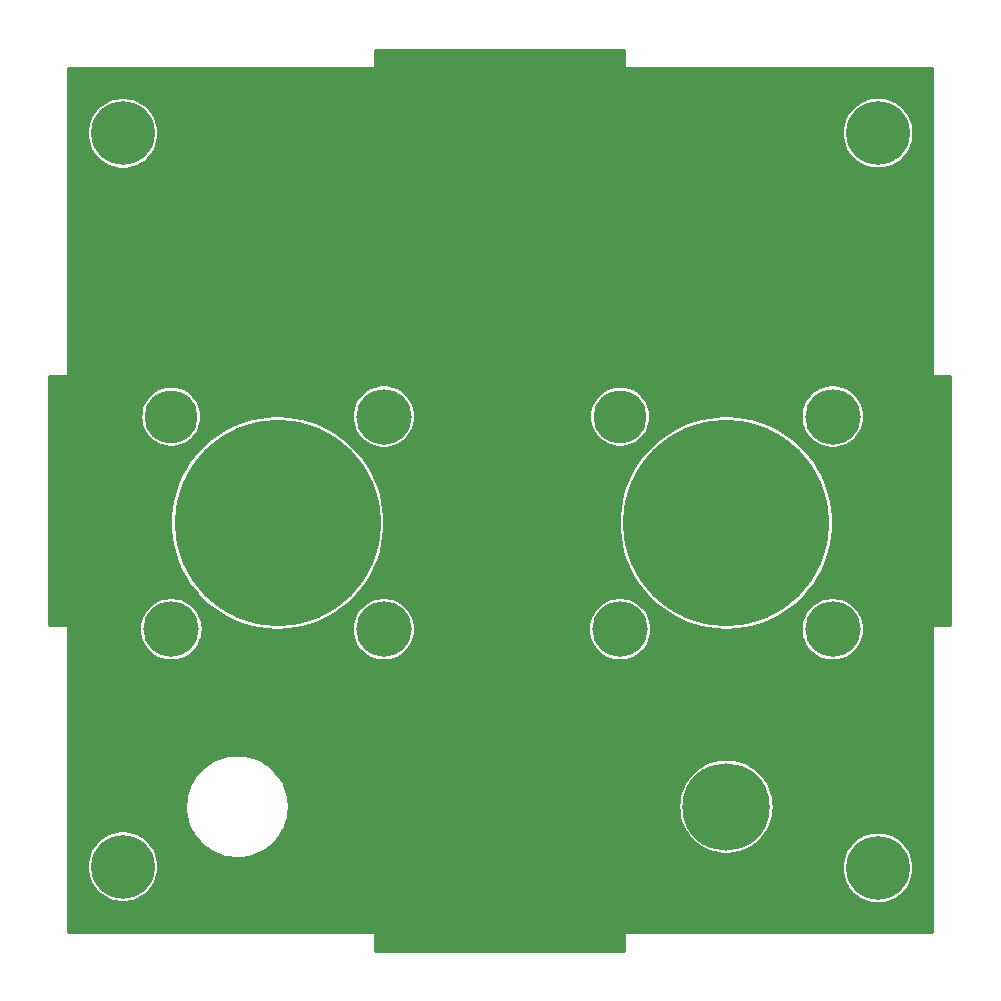
<source format=gbr>
%TF.GenerationSoftware,KiCad,Pcbnew,7.0.5-0*%
%TF.CreationDate,2024-04-21T20:18:31-04:00*%
%TF.ProjectId,swr_meter_rear,7377725f-6d65-4746-9572-5f726561722e,rev?*%
%TF.SameCoordinates,Original*%
%TF.FileFunction,Copper,L1,Top*%
%TF.FilePolarity,Positive*%
%FSLAX46Y46*%
G04 Gerber Fmt 4.6, Leading zero omitted, Abs format (unit mm)*
G04 Created by KiCad (PCBNEW 7.0.5-0) date 2024-04-21 20:18:31*
%MOMM*%
%LPD*%
G01*
G04 APERTURE LIST*
%TA.AperFunction,ComponentPad*%
%ADD10C,7.400000*%
%TD*%
%TA.AperFunction,ComponentPad*%
%ADD11C,5.400000*%
%TD*%
%TA.AperFunction,ComponentPad*%
%ADD12C,17.500000*%
%TD*%
%TA.AperFunction,ComponentPad*%
%ADD13C,4.700000*%
%TD*%
%TA.AperFunction,ComponentPad*%
%ADD14C,4.500000*%
%TD*%
%TA.AperFunction,Profile*%
%ADD15C,0.349999*%
%TD*%
G04 APERTURE END LIST*
D10*
%TO.P,H5,1,1*%
%TO.N,N/C*%
X155637884Y-89421332D03*
%TD*%
D11*
%TO.P,H16,1,1*%
%TO.N,N/C*%
X104549998Y-94490000D03*
%TD*%
%TO.P,H15,1,1*%
%TO.N,N/C*%
X104549998Y-32410000D03*
%TD*%
%TO.P,H18,1,1*%
%TO.N,N/C*%
X168469998Y-94590000D03*
%TD*%
%TO.P,H17,1,1*%
%TO.N,N/C*%
X168479998Y-32390000D03*
%TD*%
D12*
%TO.P,J51,1,In*%
%TO.N,N/C*%
X117637884Y-65388658D03*
D13*
%TO.P,J51,2,Ext*%
X126637884Y-74388658D03*
X126637884Y-56388658D03*
X108637884Y-74388658D03*
D14*
X108637884Y-56388658D03*
%TD*%
D12*
%TO.P,J52,1,In*%
%TO.N,N/C*%
X155637884Y-65388658D03*
D13*
%TO.P,J52,2,Ext*%
X164637884Y-74388658D03*
X164637884Y-56388658D03*
X146637884Y-74388658D03*
D14*
X146637884Y-56388658D03*
%TD*%
%TA.AperFunction,NonConductor*%
G36*
X146958031Y-25419715D02*
G01*
X146994576Y-25470015D01*
X146999500Y-25501102D01*
X146999500Y-26980077D01*
X146999424Y-26980460D01*
X146999458Y-27000000D01*
X146999535Y-27000184D01*
X146999617Y-27000384D01*
X146999997Y-27000541D01*
X146999999Y-27000540D01*
X147000000Y-27000541D01*
X147000000Y-27000540D01*
X147019970Y-27000527D01*
X147020106Y-27000500D01*
X172898900Y-27000500D01*
X172958031Y-27019713D01*
X172994576Y-27070013D01*
X172999500Y-27101100D01*
X172999500Y-52980077D01*
X172999424Y-52980460D01*
X172999458Y-53000000D01*
X172999535Y-53000184D01*
X172999617Y-53000384D01*
X172999997Y-53000541D01*
X172999999Y-53000540D01*
X173000000Y-53000541D01*
X173000000Y-53000540D01*
X173019970Y-53000527D01*
X173020106Y-53000500D01*
X174498898Y-53000500D01*
X174558029Y-53019713D01*
X174594574Y-53070013D01*
X174599498Y-53101100D01*
X174599498Y-73898900D01*
X174580285Y-73958031D01*
X174529985Y-73994576D01*
X174498898Y-73999500D01*
X173020106Y-73999500D01*
X173019900Y-73999459D01*
X172999997Y-73999459D01*
X172999879Y-73999508D01*
X172999617Y-73999615D01*
X172999616Y-73999616D01*
X172999458Y-73999997D01*
X172999473Y-74019970D01*
X172999500Y-74020106D01*
X172999500Y-99898900D01*
X172980287Y-99958031D01*
X172929987Y-99994576D01*
X172898900Y-99999500D01*
X147020106Y-99999500D01*
X147019900Y-99999459D01*
X146999997Y-99999459D01*
X146999879Y-99999508D01*
X146999617Y-99999615D01*
X146999616Y-99999616D01*
X146999458Y-99999997D01*
X146999473Y-100019970D01*
X146999500Y-100020106D01*
X146999500Y-101498899D01*
X146980287Y-101558030D01*
X146929987Y-101594575D01*
X146898900Y-101599499D01*
X126101100Y-101599499D01*
X126041969Y-101580286D01*
X126005424Y-101529986D01*
X126000500Y-101498899D01*
X126000500Y-100020106D01*
X126000526Y-100019970D01*
X126000541Y-99999997D01*
X126000383Y-99999616D01*
X126000120Y-99999508D01*
X126000002Y-99999459D01*
X125980100Y-99999459D01*
X125979894Y-99999500D01*
X100101100Y-99999500D01*
X100041969Y-99980287D01*
X100005424Y-99929987D01*
X100000500Y-99898900D01*
X100000500Y-94489999D01*
X101641377Y-94489999D01*
X101661043Y-94827664D01*
X101719779Y-95160775D01*
X101816787Y-95484805D01*
X101950762Y-95795393D01*
X101950765Y-95795398D01*
X102119881Y-96088313D01*
X102321865Y-96359626D01*
X102416210Y-96459626D01*
X102553987Y-96605660D01*
X102813078Y-96823063D01*
X102813082Y-96823065D01*
X102813090Y-96823072D01*
X103095687Y-97008940D01*
X103397952Y-97160743D01*
X103397959Y-97160745D01*
X103397960Y-97160746D01*
X103715787Y-97276425D01*
X103715789Y-97276425D01*
X103715796Y-97276428D01*
X104044921Y-97354433D01*
X104233112Y-97376429D01*
X104380876Y-97393700D01*
X104380877Y-97393700D01*
X104719120Y-97393700D01*
X104803108Y-97383883D01*
X105055075Y-97354433D01*
X105384200Y-97276428D01*
X105702044Y-97160743D01*
X106004309Y-97008940D01*
X106286906Y-96823072D01*
X106426833Y-96705660D01*
X106546008Y-96605660D01*
X106546008Y-96605659D01*
X106546015Y-96605654D01*
X106778131Y-96359626D01*
X106980115Y-96088313D01*
X107149237Y-95795387D01*
X107283208Y-95484807D01*
X107380217Y-95160774D01*
X107438952Y-94827670D01*
X107452795Y-94590000D01*
X165561377Y-94590000D01*
X165581043Y-94927664D01*
X165639779Y-95260775D01*
X165736787Y-95584805D01*
X165870762Y-95895393D01*
X165870765Y-95895398D01*
X165982147Y-96088315D01*
X166039881Y-96188313D01*
X166241865Y-96459626D01*
X166379641Y-96605660D01*
X166473987Y-96705660D01*
X166733078Y-96923063D01*
X166733082Y-96923065D01*
X166733090Y-96923072D01*
X167015687Y-97108940D01*
X167317952Y-97260743D01*
X167317959Y-97260745D01*
X167317960Y-97260746D01*
X167635787Y-97376425D01*
X167635789Y-97376425D01*
X167635796Y-97376428D01*
X167964921Y-97454433D01*
X168188891Y-97480610D01*
X168300876Y-97493700D01*
X168300877Y-97493700D01*
X168639120Y-97493700D01*
X168723108Y-97483883D01*
X168975075Y-97454433D01*
X169304200Y-97376428D01*
X169622044Y-97260743D01*
X169924309Y-97108940D01*
X170206906Y-96923072D01*
X170466015Y-96705654D01*
X170698131Y-96459626D01*
X170900115Y-96188313D01*
X171069237Y-95895387D01*
X171203208Y-95584807D01*
X171300217Y-95260774D01*
X171358952Y-94927670D01*
X171378619Y-94590000D01*
X171358952Y-94252330D01*
X171300217Y-93919226D01*
X171203208Y-93595193D01*
X171069237Y-93284613D01*
X171069233Y-93284606D01*
X171069224Y-93284589D01*
X170900113Y-92991684D01*
X170712155Y-92739212D01*
X170698131Y-92720374D01*
X170466015Y-92474346D01*
X170466013Y-92474344D01*
X170466008Y-92474339D01*
X170206917Y-92256936D01*
X170206912Y-92256933D01*
X170206911Y-92256932D01*
X170206906Y-92256928D01*
X169924309Y-92071060D01*
X169622044Y-91919257D01*
X169622040Y-91919255D01*
X169622037Y-91919254D01*
X169622035Y-91919253D01*
X169304208Y-91803574D01*
X169304192Y-91803570D01*
X168975081Y-91725568D01*
X168975072Y-91725566D01*
X168639120Y-91686300D01*
X168639119Y-91686300D01*
X168300877Y-91686300D01*
X168300876Y-91686300D01*
X167964923Y-91725566D01*
X167964914Y-91725568D01*
X167635803Y-91803570D01*
X167635787Y-91803574D01*
X167317960Y-91919253D01*
X167317958Y-91919254D01*
X167015690Y-92071058D01*
X167015686Y-92071060D01*
X167015687Y-92071060D01*
X166733090Y-92256928D01*
X166733087Y-92256929D01*
X166733083Y-92256933D01*
X166733078Y-92256936D01*
X166473987Y-92474339D01*
X166241866Y-92720372D01*
X166039882Y-92991684D01*
X165870772Y-93284589D01*
X165870762Y-93284606D01*
X165736787Y-93595194D01*
X165639779Y-93919224D01*
X165581043Y-94252335D01*
X165561377Y-94590000D01*
X107452795Y-94590000D01*
X107458619Y-94490000D01*
X107438952Y-94152330D01*
X107380217Y-93819226D01*
X107283208Y-93495193D01*
X107149237Y-93184613D01*
X106980115Y-92891687D01*
X106778131Y-92620374D01*
X106546015Y-92374346D01*
X106546013Y-92374344D01*
X106546008Y-92374339D01*
X106286917Y-92156936D01*
X106286912Y-92156933D01*
X106286911Y-92156932D01*
X106286906Y-92156928D01*
X106004309Y-91971060D01*
X105702044Y-91819257D01*
X105702040Y-91819255D01*
X105702037Y-91819254D01*
X105702035Y-91819253D01*
X105384208Y-91703574D01*
X105384192Y-91703570D01*
X105055081Y-91625568D01*
X105055072Y-91625566D01*
X104719120Y-91586300D01*
X104719119Y-91586300D01*
X104380877Y-91586300D01*
X104380876Y-91586300D01*
X104044923Y-91625566D01*
X104044914Y-91625568D01*
X103715803Y-91703570D01*
X103715787Y-91703574D01*
X103397960Y-91819253D01*
X103397958Y-91819254D01*
X103095690Y-91971058D01*
X103095686Y-91971060D01*
X103095687Y-91971060D01*
X102813090Y-92156928D01*
X102813087Y-92156929D01*
X102813083Y-92156933D01*
X102813078Y-92156936D01*
X102553987Y-92374339D01*
X102321866Y-92620372D01*
X102119882Y-92891684D01*
X101950765Y-93184601D01*
X101950762Y-93184606D01*
X101816787Y-93495194D01*
X101719779Y-93819224D01*
X101661043Y-94152335D01*
X101641377Y-94489999D01*
X100000500Y-94489999D01*
X100000500Y-89318497D01*
X109983658Y-89318497D01*
X109993593Y-89729587D01*
X110043155Y-90137762D01*
X110043159Y-90137782D01*
X110131887Y-90539281D01*
X110131888Y-90539284D01*
X110258946Y-90930330D01*
X110258951Y-90930344D01*
X110423166Y-91307319D01*
X110423170Y-91307326D01*
X110524426Y-91489419D01*
X110623000Y-91666689D01*
X110663641Y-91725568D01*
X110856580Y-92005089D01*
X110856587Y-92005099D01*
X111121729Y-92319365D01*
X111121737Y-92319374D01*
X111272504Y-92466541D01*
X111415978Y-92606588D01*
X111415996Y-92606605D01*
X111581108Y-92739212D01*
X111736582Y-92864079D01*
X112080532Y-93089417D01*
X112444625Y-93280508D01*
X112646353Y-93362642D01*
X112825460Y-93435566D01*
X112825463Y-93435567D01*
X113219475Y-93553143D01*
X113219480Y-93553143D01*
X113219484Y-93553145D01*
X113623015Y-93632146D01*
X113623020Y-93632146D01*
X113623023Y-93632147D01*
X114032284Y-93671832D01*
X114032288Y-93671832D01*
X114340599Y-93671832D01*
X114340614Y-93671832D01*
X114648596Y-93656935D01*
X115055473Y-93597522D01*
X115454717Y-93499117D01*
X115842599Y-93362640D01*
X116215499Y-93189363D01*
X116569934Y-92980905D01*
X116902596Y-92739212D01*
X117210377Y-92466541D01*
X117490406Y-92165438D01*
X117740066Y-91838714D01*
X117957028Y-91489419D01*
X118139265Y-91120816D01*
X118285076Y-90736344D01*
X118393099Y-90339595D01*
X118462326Y-89934272D01*
X118492110Y-89524160D01*
X118489625Y-89421332D01*
X151729167Y-89421332D01*
X151749220Y-89816762D01*
X151749221Y-89816773D01*
X151809178Y-90208150D01*
X151908422Y-90591453D01*
X151908424Y-90591458D01*
X152045938Y-90962757D01*
X152220311Y-91318240D01*
X152429752Y-91654258D01*
X152429757Y-91654264D01*
X152429758Y-91654266D01*
X152672109Y-91967359D01*
X152672114Y-91967364D01*
X152944903Y-92254339D01*
X152944906Y-92254341D01*
X153245332Y-92512249D01*
X153245338Y-92512254D01*
X153380884Y-92606596D01*
X153570313Y-92738442D01*
X153570316Y-92738443D01*
X153570318Y-92738445D01*
X153571700Y-92739212D01*
X153916508Y-92930596D01*
X154280366Y-93086740D01*
X154280368Y-93086740D01*
X154280369Y-93086741D01*
X154658149Y-93205270D01*
X154658154Y-93205271D01*
X155045996Y-93284975D01*
X155439911Y-93325032D01*
X155835857Y-93325032D01*
X156229772Y-93284975D01*
X156617614Y-93205271D01*
X156617615Y-93205270D01*
X156617618Y-93205270D01*
X156806508Y-93146005D01*
X156995402Y-93086740D01*
X157359260Y-92930596D01*
X157705455Y-92738442D01*
X158030433Y-92512251D01*
X158330861Y-92254342D01*
X158603655Y-91967363D01*
X158846016Y-91654258D01*
X159055457Y-91318240D01*
X159229830Y-90962757D01*
X159367344Y-90591458D01*
X159466589Y-90208151D01*
X159526547Y-89816770D01*
X159546601Y-89421332D01*
X159526547Y-89025894D01*
X159466589Y-88634513D01*
X159367344Y-88251206D01*
X159229830Y-87879907D01*
X159055457Y-87524424D01*
X158846016Y-87188406D01*
X158703234Y-87003946D01*
X158603658Y-86875304D01*
X158603653Y-86875299D01*
X158330864Y-86588324D01*
X158330861Y-86588322D01*
X158030435Y-86330414D01*
X158030429Y-86330409D01*
X157705456Y-86104223D01*
X157705449Y-86104218D01*
X157359258Y-85912067D01*
X157359250Y-85912063D01*
X156995403Y-85755924D01*
X156995398Y-85755922D01*
X156617618Y-85637393D01*
X156307340Y-85573629D01*
X156229772Y-85557689D01*
X155835857Y-85517632D01*
X155439911Y-85517632D01*
X155045996Y-85557689D01*
X154658149Y-85637393D01*
X154280369Y-85755922D01*
X154280364Y-85755924D01*
X153916517Y-85912063D01*
X153916509Y-85912067D01*
X153570318Y-86104218D01*
X153570311Y-86104223D01*
X153245338Y-86330409D01*
X153245332Y-86330414D01*
X152944906Y-86588322D01*
X152944903Y-86588324D01*
X152672114Y-86875299D01*
X152672109Y-86875304D01*
X152429758Y-87188397D01*
X152429754Y-87188403D01*
X152429752Y-87188406D01*
X152220311Y-87524424D01*
X152125825Y-87717045D01*
X152045942Y-87879898D01*
X152045939Y-87879904D01*
X151908422Y-88251210D01*
X151809178Y-88634513D01*
X151749221Y-89025890D01*
X151749220Y-89025901D01*
X151729167Y-89421332D01*
X118489625Y-89421332D01*
X118482175Y-89113088D01*
X118471587Y-89025890D01*
X118432612Y-88704901D01*
X118432608Y-88704881D01*
X118343880Y-88303382D01*
X118343879Y-88303379D01*
X118216821Y-87912333D01*
X118216816Y-87912319D01*
X118052601Y-87535344D01*
X118052597Y-87535337D01*
X117852772Y-87175983D01*
X117852768Y-87175975D01*
X117619185Y-86837571D01*
X117619184Y-86837570D01*
X117619180Y-86837564D01*
X117354038Y-86523298D01*
X117354035Y-86523295D01*
X117354031Y-86523290D01*
X117059782Y-86236068D01*
X117059779Y-86236065D01*
X117059771Y-86236058D01*
X116739190Y-85978588D01*
X116739188Y-85978587D01*
X116739186Y-85978585D01*
X116549980Y-85854627D01*
X116395238Y-85753248D01*
X116395225Y-85753241D01*
X116031143Y-85562156D01*
X115650307Y-85407097D01*
X115650304Y-85407096D01*
X115256292Y-85289520D01*
X115256286Y-85289519D01*
X114852744Y-85210516D01*
X114443484Y-85170832D01*
X114443480Y-85170832D01*
X114135154Y-85170832D01*
X113827172Y-85185729D01*
X113827168Y-85185729D01*
X113827159Y-85185730D01*
X113420302Y-85245140D01*
X113420293Y-85245142D01*
X113021051Y-85343546D01*
X112633175Y-85480021D01*
X112260271Y-85653300D01*
X112260256Y-85653307D01*
X111905833Y-85861759D01*
X111905832Y-85861759D01*
X111573169Y-86103453D01*
X111573168Y-86103454D01*
X111265391Y-86376122D01*
X110985364Y-86677222D01*
X110735704Y-87003946D01*
X110735700Y-87003953D01*
X110518739Y-87353245D01*
X110336502Y-87721849D01*
X110190691Y-88106320D01*
X110082666Y-88503080D01*
X110013442Y-88908390D01*
X110013441Y-88908403D01*
X109983658Y-89318497D01*
X100000500Y-89318497D01*
X100000500Y-74388665D01*
X106079135Y-74388665D01*
X106099310Y-74709345D01*
X106099313Y-74709362D01*
X106159521Y-75024987D01*
X106159523Y-75024993D01*
X106258819Y-75330596D01*
X106395635Y-75621345D01*
X106395639Y-75621351D01*
X106395640Y-75621354D01*
X106567810Y-75892649D01*
X106567813Y-75892653D01*
X106772636Y-76140242D01*
X106772639Y-76140245D01*
X106772641Y-76140247D01*
X107006875Y-76360208D01*
X107006878Y-76360209D01*
X107266838Y-76549081D01*
X107548422Y-76703883D01*
X107847187Y-76822173D01*
X108158422Y-76902085D01*
X108477219Y-76942358D01*
X108477226Y-76942358D01*
X108798542Y-76942358D01*
X108798549Y-76942358D01*
X109117346Y-76902085D01*
X109428581Y-76822173D01*
X109727346Y-76703883D01*
X110008930Y-76549081D01*
X110268892Y-76360208D01*
X110503132Y-76140242D01*
X110707955Y-75892653D01*
X110880133Y-75621345D01*
X111016949Y-75330596D01*
X111116245Y-75024993D01*
X111176456Y-74709354D01*
X111196633Y-74388665D01*
X124079135Y-74388665D01*
X124099310Y-74709345D01*
X124099313Y-74709362D01*
X124159521Y-75024987D01*
X124159523Y-75024993D01*
X124258819Y-75330596D01*
X124395635Y-75621345D01*
X124395639Y-75621351D01*
X124395640Y-75621354D01*
X124567810Y-75892649D01*
X124567813Y-75892653D01*
X124772636Y-76140242D01*
X124772639Y-76140245D01*
X124772641Y-76140247D01*
X125006875Y-76360208D01*
X125006878Y-76360209D01*
X125266838Y-76549081D01*
X125548422Y-76703883D01*
X125847187Y-76822173D01*
X126158422Y-76902085D01*
X126477219Y-76942358D01*
X126477226Y-76942358D01*
X126798542Y-76942358D01*
X126798549Y-76942358D01*
X127117346Y-76902085D01*
X127428581Y-76822173D01*
X127727346Y-76703883D01*
X128008930Y-76549081D01*
X128268892Y-76360208D01*
X128503132Y-76140242D01*
X128707955Y-75892653D01*
X128880133Y-75621345D01*
X129016949Y-75330596D01*
X129116245Y-75024993D01*
X129176456Y-74709354D01*
X129196633Y-74388665D01*
X144079135Y-74388665D01*
X144099310Y-74709345D01*
X144099313Y-74709362D01*
X144159521Y-75024987D01*
X144159523Y-75024993D01*
X144258819Y-75330596D01*
X144395635Y-75621345D01*
X144395639Y-75621351D01*
X144395640Y-75621354D01*
X144567810Y-75892649D01*
X144567813Y-75892653D01*
X144772636Y-76140242D01*
X144772639Y-76140245D01*
X144772641Y-76140247D01*
X145006875Y-76360208D01*
X145006878Y-76360209D01*
X145266838Y-76549081D01*
X145548422Y-76703883D01*
X145847187Y-76822173D01*
X146158422Y-76902085D01*
X146477219Y-76942358D01*
X146477226Y-76942358D01*
X146798542Y-76942358D01*
X146798549Y-76942358D01*
X147117346Y-76902085D01*
X147428581Y-76822173D01*
X147727346Y-76703883D01*
X148008930Y-76549081D01*
X148268892Y-76360208D01*
X148503132Y-76140242D01*
X148707955Y-75892653D01*
X148880133Y-75621345D01*
X149016949Y-75330596D01*
X149116245Y-75024993D01*
X149176456Y-74709354D01*
X149196633Y-74388665D01*
X162079135Y-74388665D01*
X162099310Y-74709345D01*
X162099313Y-74709362D01*
X162159521Y-75024987D01*
X162159523Y-75024993D01*
X162258819Y-75330596D01*
X162395635Y-75621345D01*
X162395639Y-75621351D01*
X162395640Y-75621354D01*
X162567810Y-75892649D01*
X162567813Y-75892653D01*
X162772636Y-76140242D01*
X162772639Y-76140245D01*
X162772641Y-76140247D01*
X163006875Y-76360208D01*
X163006878Y-76360209D01*
X163266838Y-76549081D01*
X163548422Y-76703883D01*
X163847187Y-76822173D01*
X164158422Y-76902085D01*
X164477219Y-76942358D01*
X164477226Y-76942358D01*
X164798542Y-76942358D01*
X164798549Y-76942358D01*
X165117346Y-76902085D01*
X165428581Y-76822173D01*
X165727346Y-76703883D01*
X166008930Y-76549081D01*
X166268892Y-76360208D01*
X166503132Y-76140242D01*
X166707955Y-75892653D01*
X166880133Y-75621345D01*
X167016949Y-75330596D01*
X167116245Y-75024993D01*
X167176456Y-74709354D01*
X167196633Y-74388658D01*
X167196633Y-74388650D01*
X167176457Y-74067970D01*
X167176454Y-74067953D01*
X167163564Y-74000383D01*
X167116245Y-73752323D01*
X167016949Y-73446720D01*
X166880133Y-73155971D01*
X166707955Y-72884663D01*
X166503132Y-72637074D01*
X166503126Y-72637068D01*
X166268892Y-72417107D01*
X166268890Y-72417106D01*
X166171043Y-72346016D01*
X166008930Y-72228235D01*
X166008923Y-72228231D01*
X165727347Y-72073433D01*
X165428581Y-71955143D01*
X165428571Y-71955140D01*
X165117353Y-71875232D01*
X165117341Y-71875230D01*
X164798553Y-71834958D01*
X164798549Y-71834958D01*
X164477219Y-71834958D01*
X164477214Y-71834958D01*
X164158426Y-71875230D01*
X164158414Y-71875232D01*
X163847196Y-71955140D01*
X163847186Y-71955143D01*
X163548421Y-72073433D01*
X163548420Y-72073433D01*
X163266844Y-72228231D01*
X163266841Y-72228233D01*
X163006877Y-72417106D01*
X163006875Y-72417107D01*
X162772641Y-72637068D01*
X162567810Y-72884666D01*
X162395640Y-73155961D01*
X162395639Y-73155964D01*
X162395635Y-73155971D01*
X162353747Y-73244988D01*
X162258818Y-73446722D01*
X162159523Y-73752322D01*
X162159521Y-73752328D01*
X162099313Y-74067953D01*
X162099310Y-74067970D01*
X162079135Y-74388650D01*
X162079135Y-74388665D01*
X149196633Y-74388665D01*
X149196633Y-74388658D01*
X149196633Y-74388650D01*
X149176457Y-74067970D01*
X149176454Y-74067953D01*
X149163564Y-74000383D01*
X149116245Y-73752323D01*
X149016949Y-73446720D01*
X148880133Y-73155971D01*
X148707955Y-72884663D01*
X148503132Y-72637074D01*
X148503126Y-72637068D01*
X148268892Y-72417107D01*
X148268890Y-72417106D01*
X148171043Y-72346017D01*
X148008930Y-72228235D01*
X148008923Y-72228231D01*
X147727347Y-72073433D01*
X147428581Y-71955143D01*
X147428571Y-71955140D01*
X147117353Y-71875232D01*
X147117341Y-71875230D01*
X146798553Y-71834958D01*
X146798549Y-71834958D01*
X146477219Y-71834958D01*
X146477214Y-71834958D01*
X146158426Y-71875230D01*
X146158414Y-71875232D01*
X145847196Y-71955140D01*
X145847186Y-71955143D01*
X145548421Y-72073433D01*
X145548420Y-72073433D01*
X145266844Y-72228231D01*
X145266841Y-72228233D01*
X145006877Y-72417106D01*
X145006875Y-72417107D01*
X144772641Y-72637068D01*
X144567810Y-72884666D01*
X144395640Y-73155961D01*
X144395639Y-73155964D01*
X144395635Y-73155971D01*
X144353747Y-73244988D01*
X144258818Y-73446722D01*
X144159523Y-73752322D01*
X144159521Y-73752328D01*
X144099313Y-74067953D01*
X144099310Y-74067970D01*
X144079135Y-74388650D01*
X144079135Y-74388665D01*
X129196633Y-74388665D01*
X129196633Y-74388658D01*
X129196633Y-74388650D01*
X129176457Y-74067970D01*
X129176454Y-74067953D01*
X129163564Y-74000383D01*
X129116245Y-73752323D01*
X129016949Y-73446720D01*
X128880133Y-73155971D01*
X128707955Y-72884663D01*
X128503132Y-72637074D01*
X128503126Y-72637068D01*
X128268892Y-72417107D01*
X128268890Y-72417106D01*
X128171043Y-72346017D01*
X128008930Y-72228235D01*
X128008923Y-72228231D01*
X127727347Y-72073433D01*
X127428581Y-71955143D01*
X127428571Y-71955140D01*
X127117353Y-71875232D01*
X127117341Y-71875230D01*
X126798553Y-71834958D01*
X126798549Y-71834958D01*
X126477219Y-71834958D01*
X126477214Y-71834958D01*
X126158426Y-71875230D01*
X126158414Y-71875232D01*
X125847196Y-71955140D01*
X125847186Y-71955143D01*
X125548421Y-72073433D01*
X125548420Y-72073433D01*
X125266844Y-72228231D01*
X125266841Y-72228233D01*
X125006877Y-72417106D01*
X125006875Y-72417107D01*
X124772641Y-72637068D01*
X124567810Y-72884666D01*
X124395640Y-73155961D01*
X124395639Y-73155964D01*
X124395635Y-73155971D01*
X124353747Y-73244988D01*
X124258818Y-73446722D01*
X124159523Y-73752322D01*
X124159521Y-73752328D01*
X124099313Y-74067953D01*
X124099310Y-74067970D01*
X124079135Y-74388650D01*
X124079135Y-74388665D01*
X111196633Y-74388665D01*
X111196633Y-74388658D01*
X111196633Y-74388650D01*
X111176457Y-74067970D01*
X111176454Y-74067953D01*
X111163564Y-74000383D01*
X111116245Y-73752323D01*
X111016949Y-73446720D01*
X110880133Y-73155971D01*
X110707955Y-72884663D01*
X110503132Y-72637074D01*
X110503126Y-72637068D01*
X110268892Y-72417107D01*
X110268890Y-72417106D01*
X110171043Y-72346016D01*
X110008930Y-72228235D01*
X110008923Y-72228231D01*
X109727347Y-72073433D01*
X109428581Y-71955143D01*
X109428571Y-71955140D01*
X109117353Y-71875232D01*
X109117341Y-71875230D01*
X108798553Y-71834958D01*
X108798549Y-71834958D01*
X108477219Y-71834958D01*
X108477214Y-71834958D01*
X108158426Y-71875230D01*
X108158414Y-71875232D01*
X107847196Y-71955140D01*
X107847186Y-71955143D01*
X107548421Y-72073433D01*
X107548420Y-72073433D01*
X107266844Y-72228231D01*
X107266841Y-72228233D01*
X107006877Y-72417106D01*
X107006875Y-72417107D01*
X106772641Y-72637068D01*
X106567810Y-72884666D01*
X106395640Y-73155961D01*
X106395639Y-73155964D01*
X106395635Y-73155971D01*
X106353747Y-73244988D01*
X106258818Y-73446722D01*
X106159523Y-73752322D01*
X106159521Y-73752328D01*
X106099313Y-74067953D01*
X106099310Y-74067970D01*
X106079135Y-74388650D01*
X106079135Y-74388665D01*
X100000500Y-74388665D01*
X100000500Y-74020106D01*
X100000526Y-74019970D01*
X100000541Y-73999997D01*
X100000383Y-73999616D01*
X100000120Y-73999508D01*
X100000002Y-73999459D01*
X99980100Y-73999459D01*
X99979894Y-73999500D01*
X98501101Y-73999500D01*
X98441970Y-73980287D01*
X98405425Y-73929987D01*
X98400501Y-73898900D01*
X98400501Y-65388657D01*
X108679181Y-65388657D01*
X108699186Y-65987017D01*
X108699187Y-65987033D01*
X108759115Y-66582737D01*
X108858697Y-67173100D01*
X108858697Y-67173102D01*
X108997489Y-67755501D01*
X108997494Y-67755517D01*
X109174870Y-68327323D01*
X109174873Y-68327333D01*
X109390054Y-68886040D01*
X109642066Y-69429112D01*
X109642073Y-69429124D01*
X109929802Y-69954162D01*
X110251957Y-70458810D01*
X110607099Y-70940813D01*
X110607104Y-70940819D01*
X110607111Y-70940828D01*
X110960684Y-71359035D01*
X110993643Y-71398019D01*
X111409862Y-71828386D01*
X111853896Y-72229991D01*
X112323763Y-72601042D01*
X112817364Y-72939880D01*
X112817384Y-72939892D01*
X112817397Y-72939900D01*
X113332488Y-73244988D01*
X113332495Y-73244992D01*
X113731701Y-73446720D01*
X113866852Y-73515015D01*
X114418044Y-73748741D01*
X114418047Y-73748742D01*
X114418050Y-73748743D01*
X114418057Y-73748746D01*
X114983639Y-73945138D01*
X115561076Y-74103314D01*
X116147789Y-74222569D01*
X116741156Y-74302369D01*
X116973467Y-74317920D01*
X117338518Y-74342358D01*
X117338529Y-74342358D01*
X117937249Y-74342358D01*
X118251645Y-74321311D01*
X118534612Y-74302369D01*
X119127979Y-74222569D01*
X119714692Y-74103314D01*
X120292129Y-73945138D01*
X120857711Y-73748746D01*
X121408914Y-73515016D01*
X121943273Y-73244992D01*
X122458404Y-72939880D01*
X122952005Y-72601042D01*
X123421872Y-72229991D01*
X123865906Y-71828386D01*
X124282125Y-71398019D01*
X124668669Y-70940813D01*
X125023811Y-70458810D01*
X125345966Y-69954162D01*
X125633695Y-69429124D01*
X125885713Y-68886040D01*
X126100894Y-68327335D01*
X126278277Y-67755506D01*
X126417070Y-67173106D01*
X126516653Y-66582736D01*
X126576581Y-65987033D01*
X126596587Y-65388658D01*
X126596587Y-65388657D01*
X146679181Y-65388657D01*
X146699186Y-65987017D01*
X146699187Y-65987033D01*
X146759115Y-66582737D01*
X146858697Y-67173100D01*
X146858697Y-67173102D01*
X146997489Y-67755501D01*
X146997494Y-67755517D01*
X147174870Y-68327323D01*
X147174873Y-68327333D01*
X147390054Y-68886040D01*
X147642066Y-69429112D01*
X147642073Y-69429124D01*
X147929802Y-69954162D01*
X148251957Y-70458810D01*
X148607099Y-70940813D01*
X148607104Y-70940819D01*
X148607111Y-70940828D01*
X148960684Y-71359035D01*
X148993643Y-71398019D01*
X149409862Y-71828386D01*
X149853896Y-72229991D01*
X150323763Y-72601042D01*
X150817364Y-72939880D01*
X150817384Y-72939892D01*
X150817397Y-72939900D01*
X151332488Y-73244988D01*
X151332495Y-73244992D01*
X151731701Y-73446720D01*
X151866852Y-73515015D01*
X152418044Y-73748741D01*
X152418047Y-73748742D01*
X152418050Y-73748743D01*
X152418057Y-73748746D01*
X152983639Y-73945138D01*
X153561076Y-74103314D01*
X154147789Y-74222569D01*
X154741156Y-74302369D01*
X154973467Y-74317920D01*
X155338518Y-74342358D01*
X155338529Y-74342358D01*
X155937249Y-74342358D01*
X156251645Y-74321311D01*
X156534612Y-74302369D01*
X157127979Y-74222569D01*
X157714692Y-74103314D01*
X158292129Y-73945138D01*
X158857711Y-73748746D01*
X159408914Y-73515016D01*
X159943273Y-73244992D01*
X160458404Y-72939880D01*
X160952005Y-72601042D01*
X161421872Y-72229991D01*
X161865906Y-71828386D01*
X162282125Y-71398019D01*
X162668669Y-70940813D01*
X163023811Y-70458810D01*
X163345966Y-69954162D01*
X163633695Y-69429124D01*
X163885713Y-68886040D01*
X164100894Y-68327335D01*
X164278277Y-67755506D01*
X164417070Y-67173106D01*
X164516653Y-66582736D01*
X164576581Y-65987033D01*
X164596587Y-65388658D01*
X164576581Y-64790283D01*
X164516653Y-64194580D01*
X164417070Y-63604210D01*
X164278277Y-63021810D01*
X164100894Y-62449981D01*
X163885713Y-61891276D01*
X163885713Y-61891275D01*
X163633701Y-61348203D01*
X163633695Y-61348192D01*
X163345966Y-60823154D01*
X163023811Y-60318506D01*
X162668669Y-59836503D01*
X162668660Y-59836493D01*
X162668656Y-59836487D01*
X162282140Y-59379315D01*
X162282125Y-59379297D01*
X161865906Y-58948930D01*
X161421872Y-58547325D01*
X160952005Y-58176274D01*
X160458404Y-57837436D01*
X160458393Y-57837429D01*
X160458370Y-57837415D01*
X159943279Y-57532327D01*
X159408915Y-57262300D01*
X158857723Y-57028574D01*
X158857720Y-57028573D01*
X158292132Y-56832179D01*
X158292133Y-56832179D01*
X157714691Y-56674001D01*
X157127980Y-56554747D01*
X157127982Y-56554747D01*
X156628550Y-56487580D01*
X156534612Y-56474947D01*
X156534610Y-56474946D01*
X156534604Y-56474946D01*
X155937250Y-56434958D01*
X155937239Y-56434958D01*
X155338529Y-56434958D01*
X155338518Y-56434958D01*
X154741164Y-56474946D01*
X154741162Y-56474946D01*
X154147786Y-56554747D01*
X153561076Y-56674001D01*
X152983635Y-56832179D01*
X152418047Y-57028573D01*
X152418044Y-57028574D01*
X151866852Y-57262300D01*
X151332488Y-57532327D01*
X150817397Y-57837415D01*
X150817362Y-57837437D01*
X150323771Y-58176268D01*
X150323751Y-58176283D01*
X149853891Y-58547329D01*
X149409864Y-58948928D01*
X149409853Y-58948938D01*
X148993646Y-59379293D01*
X148993627Y-59379315D01*
X148607111Y-59836487D01*
X148607095Y-59836508D01*
X148251956Y-60318507D01*
X148251955Y-60318508D01*
X147929806Y-60823146D01*
X147642066Y-61348203D01*
X147390054Y-61891275D01*
X147174873Y-62449982D01*
X147174870Y-62449992D01*
X146997494Y-63021798D01*
X146997489Y-63021814D01*
X146858697Y-63604213D01*
X146858697Y-63604215D01*
X146759115Y-64194578D01*
X146699187Y-64790282D01*
X146699186Y-64790298D01*
X146679181Y-65388657D01*
X126596587Y-65388657D01*
X126576581Y-64790283D01*
X126516653Y-64194580D01*
X126417070Y-63604210D01*
X126278277Y-63021810D01*
X126100894Y-62449981D01*
X125885713Y-61891276D01*
X125885713Y-61891275D01*
X125633701Y-61348203D01*
X125633695Y-61348192D01*
X125345966Y-60823154D01*
X125023811Y-60318506D01*
X124668669Y-59836503D01*
X124668660Y-59836493D01*
X124668656Y-59836487D01*
X124282140Y-59379315D01*
X124282125Y-59379297D01*
X123865906Y-58948930D01*
X123421872Y-58547325D01*
X122952005Y-58176274D01*
X122458404Y-57837436D01*
X122458393Y-57837429D01*
X122458370Y-57837415D01*
X121943279Y-57532327D01*
X121408915Y-57262300D01*
X120857723Y-57028574D01*
X120857720Y-57028573D01*
X120292132Y-56832179D01*
X120292133Y-56832179D01*
X119714691Y-56674001D01*
X119127980Y-56554747D01*
X119127982Y-56554747D01*
X118628550Y-56487580D01*
X118534612Y-56474947D01*
X118534610Y-56474946D01*
X118534604Y-56474946D01*
X117937250Y-56434958D01*
X117937239Y-56434958D01*
X117338529Y-56434958D01*
X117338518Y-56434958D01*
X116741164Y-56474946D01*
X116741162Y-56474946D01*
X116147786Y-56554747D01*
X115561076Y-56674001D01*
X114983635Y-56832179D01*
X114418047Y-57028573D01*
X114418044Y-57028574D01*
X113866852Y-57262300D01*
X113332488Y-57532327D01*
X112817397Y-57837415D01*
X112817362Y-57837437D01*
X112323771Y-58176268D01*
X112323751Y-58176283D01*
X111853891Y-58547329D01*
X111409864Y-58948928D01*
X111409853Y-58948938D01*
X110993646Y-59379293D01*
X110993627Y-59379315D01*
X110607111Y-59836487D01*
X110607095Y-59836508D01*
X110251956Y-60318507D01*
X110251955Y-60318508D01*
X109929806Y-60823146D01*
X109642066Y-61348203D01*
X109390054Y-61891275D01*
X109174873Y-62449982D01*
X109174870Y-62449992D01*
X108997494Y-63021798D01*
X108997489Y-63021814D01*
X108858697Y-63604213D01*
X108858697Y-63604215D01*
X108759115Y-64194578D01*
X108699187Y-64790282D01*
X108699186Y-64790298D01*
X108679181Y-65388657D01*
X98400501Y-65388657D01*
X98400501Y-56388665D01*
X106179333Y-56388665D01*
X106198717Y-56696779D01*
X106198720Y-56696800D01*
X106256570Y-57000066D01*
X106256573Y-57000075D01*
X106351981Y-57293712D01*
X106483438Y-57573073D01*
X106514076Y-57621351D01*
X106648874Y-57833758D01*
X106845677Y-58071652D01*
X106845680Y-58071655D01*
X106845682Y-58071657D01*
X107070740Y-58283001D01*
X107177008Y-58360209D01*
X107320526Y-58464481D01*
X107320534Y-58464485D01*
X107320535Y-58464486D01*
X107591076Y-58613218D01*
X107591085Y-58613221D01*
X107591084Y-58613221D01*
X107878150Y-58726879D01*
X107878163Y-58726882D01*
X107878162Y-58726882D01*
X108177184Y-58803658D01*
X108177186Y-58803658D01*
X108177197Y-58803661D01*
X108483510Y-58842358D01*
X108483512Y-58842358D01*
X108792256Y-58842358D01*
X108792258Y-58842358D01*
X109098571Y-58803661D01*
X109397618Y-58726879D01*
X109684684Y-58613221D01*
X109684685Y-58613220D01*
X109684691Y-58613218D01*
X109855215Y-58519470D01*
X109955242Y-58464481D01*
X110205023Y-58283004D01*
X110205023Y-58283003D01*
X110205027Y-58283001D01*
X110357050Y-58140242D01*
X110430091Y-58071652D01*
X110626894Y-57833758D01*
X110792329Y-57573074D01*
X110923787Y-57293711D01*
X111019195Y-57000075D01*
X111077049Y-56696796D01*
X111085986Y-56554747D01*
X111096435Y-56388665D01*
X124079135Y-56388665D01*
X124099310Y-56709345D01*
X124099313Y-56709362D01*
X124159521Y-57024987D01*
X124159523Y-57024993D01*
X124258819Y-57330596D01*
X124395635Y-57621345D01*
X124395639Y-57621351D01*
X124395640Y-57621354D01*
X124567810Y-57892649D01*
X124567813Y-57892653D01*
X124772636Y-58140242D01*
X124772639Y-58140245D01*
X124772641Y-58140247D01*
X125006875Y-58360208D01*
X125006878Y-58360209D01*
X125266838Y-58549081D01*
X125548422Y-58703883D01*
X125847187Y-58822173D01*
X126158422Y-58902085D01*
X126477219Y-58942358D01*
X126477226Y-58942358D01*
X126798542Y-58942358D01*
X126798549Y-58942358D01*
X127117346Y-58902085D01*
X127428581Y-58822173D01*
X127727346Y-58703883D01*
X128008930Y-58549081D01*
X128268892Y-58360208D01*
X128503132Y-58140242D01*
X128707955Y-57892653D01*
X128880133Y-57621345D01*
X129016949Y-57330596D01*
X129116245Y-57024993D01*
X129176456Y-56709354D01*
X129177246Y-56696800D01*
X129196633Y-56388665D01*
X144179333Y-56388665D01*
X144198717Y-56696779D01*
X144198720Y-56696800D01*
X144256570Y-57000066D01*
X144256573Y-57000075D01*
X144351981Y-57293712D01*
X144483438Y-57573073D01*
X144514076Y-57621351D01*
X144648874Y-57833758D01*
X144845677Y-58071652D01*
X144845680Y-58071655D01*
X144845682Y-58071657D01*
X145070740Y-58283001D01*
X145177008Y-58360209D01*
X145320526Y-58464481D01*
X145320534Y-58464485D01*
X145320535Y-58464486D01*
X145591076Y-58613218D01*
X145591085Y-58613221D01*
X145591084Y-58613221D01*
X145878150Y-58726879D01*
X145878163Y-58726882D01*
X145878162Y-58726882D01*
X146177184Y-58803658D01*
X146177186Y-58803658D01*
X146177197Y-58803661D01*
X146483510Y-58842358D01*
X146483512Y-58842358D01*
X146792256Y-58842358D01*
X146792258Y-58842358D01*
X147098571Y-58803661D01*
X147397618Y-58726879D01*
X147684684Y-58613221D01*
X147684685Y-58613220D01*
X147684691Y-58613218D01*
X147855215Y-58519470D01*
X147955242Y-58464481D01*
X148205023Y-58283004D01*
X148205023Y-58283003D01*
X148205027Y-58283001D01*
X148357050Y-58140242D01*
X148430091Y-58071652D01*
X148626894Y-57833758D01*
X148792329Y-57573074D01*
X148923787Y-57293711D01*
X149019195Y-57000075D01*
X149077049Y-56696796D01*
X149096435Y-56388665D01*
X162079135Y-56388665D01*
X162099310Y-56709345D01*
X162099313Y-56709362D01*
X162159521Y-57024987D01*
X162159523Y-57024993D01*
X162258819Y-57330596D01*
X162395635Y-57621345D01*
X162395639Y-57621351D01*
X162395640Y-57621354D01*
X162567810Y-57892649D01*
X162567813Y-57892653D01*
X162772636Y-58140242D01*
X162772639Y-58140245D01*
X162772641Y-58140247D01*
X163006875Y-58360208D01*
X163006878Y-58360209D01*
X163266838Y-58549081D01*
X163548422Y-58703883D01*
X163847187Y-58822173D01*
X164158422Y-58902085D01*
X164477219Y-58942358D01*
X164477226Y-58942358D01*
X164798542Y-58942358D01*
X164798549Y-58942358D01*
X165117346Y-58902085D01*
X165428581Y-58822173D01*
X165727346Y-58703883D01*
X166008930Y-58549081D01*
X166268892Y-58360208D01*
X166503132Y-58140242D01*
X166707955Y-57892653D01*
X166880133Y-57621345D01*
X167016949Y-57330596D01*
X167116245Y-57024993D01*
X167176456Y-56709354D01*
X167177246Y-56696800D01*
X167196633Y-56388665D01*
X167196633Y-56388650D01*
X167176457Y-56067970D01*
X167176454Y-56067953D01*
X167116246Y-55752328D01*
X167116245Y-55752327D01*
X167116245Y-55752323D01*
X167016949Y-55446720D01*
X166880133Y-55155971D01*
X166707955Y-54884663D01*
X166503132Y-54637074D01*
X166503126Y-54637068D01*
X166268892Y-54417107D01*
X166268890Y-54417106D01*
X166171043Y-54346017D01*
X166008930Y-54228235D01*
X166008923Y-54228231D01*
X165727347Y-54073433D01*
X165428581Y-53955143D01*
X165428571Y-53955140D01*
X165117353Y-53875232D01*
X165117341Y-53875230D01*
X164798553Y-53834958D01*
X164798549Y-53834958D01*
X164477219Y-53834958D01*
X164477214Y-53834958D01*
X164158426Y-53875230D01*
X164158414Y-53875232D01*
X163847196Y-53955140D01*
X163847186Y-53955143D01*
X163548421Y-54073433D01*
X163548420Y-54073433D01*
X163266844Y-54228231D01*
X163266841Y-54228233D01*
X163006877Y-54417106D01*
X163006875Y-54417107D01*
X162772641Y-54637068D01*
X162567810Y-54884666D01*
X162395640Y-55155961D01*
X162395639Y-55155964D01*
X162395635Y-55155971D01*
X162269348Y-55424343D01*
X162258818Y-55446722D01*
X162159523Y-55752322D01*
X162159521Y-55752328D01*
X162099313Y-56067953D01*
X162099310Y-56067970D01*
X162079135Y-56388650D01*
X162079135Y-56388665D01*
X149096435Y-56388665D01*
X149096435Y-56388658D01*
X149077049Y-56080520D01*
X149019195Y-55777241D01*
X148923787Y-55483605D01*
X148792329Y-55204242D01*
X148626894Y-54943558D01*
X148430091Y-54705664D01*
X148430085Y-54705658D01*
X148205027Y-54494314D01*
X147955248Y-54312839D01*
X147955232Y-54312829D01*
X147684691Y-54164097D01*
X147397618Y-54050437D01*
X147397605Y-54050433D01*
X147098583Y-53973657D01*
X147098574Y-53973655D01*
X147098571Y-53973655D01*
X146792258Y-53934958D01*
X146483510Y-53934958D01*
X146177197Y-53973655D01*
X146177194Y-53973655D01*
X146177184Y-53973657D01*
X145878162Y-54050433D01*
X145878149Y-54050437D01*
X145591076Y-54164097D01*
X145320535Y-54312829D01*
X145320519Y-54312839D01*
X145070740Y-54494314D01*
X144845682Y-54705658D01*
X144648878Y-54943553D01*
X144648870Y-54943563D01*
X144483438Y-55204242D01*
X144351981Y-55483603D01*
X144256573Y-55777240D01*
X144256570Y-55777249D01*
X144198720Y-56080515D01*
X144198717Y-56080536D01*
X144179333Y-56388650D01*
X144179333Y-56388665D01*
X129196633Y-56388665D01*
X129196633Y-56388650D01*
X129176457Y-56067970D01*
X129176454Y-56067953D01*
X129116246Y-55752328D01*
X129116245Y-55752327D01*
X129116245Y-55752323D01*
X129016949Y-55446720D01*
X128880133Y-55155971D01*
X128707955Y-54884663D01*
X128503132Y-54637074D01*
X128503126Y-54637068D01*
X128268892Y-54417107D01*
X128268890Y-54417106D01*
X128171043Y-54346017D01*
X128008930Y-54228235D01*
X128008923Y-54228231D01*
X127727347Y-54073433D01*
X127428581Y-53955143D01*
X127428571Y-53955140D01*
X127117353Y-53875232D01*
X127117341Y-53875230D01*
X126798553Y-53834958D01*
X126798549Y-53834958D01*
X126477219Y-53834958D01*
X126477214Y-53834958D01*
X126158426Y-53875230D01*
X126158414Y-53875232D01*
X125847196Y-53955140D01*
X125847186Y-53955143D01*
X125548421Y-54073433D01*
X125548420Y-54073433D01*
X125266844Y-54228231D01*
X125266841Y-54228233D01*
X125006877Y-54417106D01*
X125006875Y-54417107D01*
X124772641Y-54637068D01*
X124567810Y-54884666D01*
X124395640Y-55155961D01*
X124395639Y-55155964D01*
X124395635Y-55155971D01*
X124269348Y-55424343D01*
X124258818Y-55446722D01*
X124159523Y-55752322D01*
X124159521Y-55752328D01*
X124099313Y-56067953D01*
X124099310Y-56067970D01*
X124079135Y-56388650D01*
X124079135Y-56388665D01*
X111096435Y-56388665D01*
X111096435Y-56388650D01*
X111077050Y-56080536D01*
X111077049Y-56080520D01*
X111019195Y-55777241D01*
X110923787Y-55483605D01*
X110792329Y-55204242D01*
X110626894Y-54943558D01*
X110430091Y-54705664D01*
X110430085Y-54705658D01*
X110205027Y-54494314D01*
X109955248Y-54312839D01*
X109955232Y-54312829D01*
X109684691Y-54164097D01*
X109397618Y-54050437D01*
X109397605Y-54050433D01*
X109098583Y-53973657D01*
X109098574Y-53973655D01*
X109098571Y-53973655D01*
X108792258Y-53934958D01*
X108483510Y-53934958D01*
X108177197Y-53973655D01*
X108177194Y-53973655D01*
X108177184Y-53973657D01*
X107878162Y-54050433D01*
X107878149Y-54050437D01*
X107591076Y-54164097D01*
X107320535Y-54312829D01*
X107320519Y-54312839D01*
X107070740Y-54494314D01*
X106845682Y-54705658D01*
X106648878Y-54943553D01*
X106648870Y-54943563D01*
X106483438Y-55204242D01*
X106351981Y-55483603D01*
X106256573Y-55777240D01*
X106256570Y-55777249D01*
X106198720Y-56080515D01*
X106198717Y-56080536D01*
X106179333Y-56388650D01*
X106179333Y-56388665D01*
X98400501Y-56388665D01*
X98400501Y-53101100D01*
X98419714Y-53041969D01*
X98470014Y-53005424D01*
X98501101Y-53000500D01*
X99979894Y-53000500D01*
X99980029Y-53000527D01*
X99980030Y-53000527D01*
X99999999Y-53000540D01*
X100000000Y-53000541D01*
X100000000Y-53000540D01*
X100000002Y-53000541D01*
X100000382Y-53000384D01*
X100000382Y-53000383D01*
X100000383Y-53000383D01*
X100000500Y-53000099D01*
X100000541Y-53000000D01*
X100000575Y-52980460D01*
X100000500Y-52980082D01*
X100000500Y-32409999D01*
X101641377Y-32409999D01*
X101661043Y-32747664D01*
X101719779Y-33080775D01*
X101810799Y-33384805D01*
X101816788Y-33404807D01*
X101950759Y-33715387D01*
X102119881Y-34008313D01*
X102306976Y-34259627D01*
X102321866Y-34279627D01*
X102553987Y-34525660D01*
X102813078Y-34743063D01*
X102813082Y-34743065D01*
X102813090Y-34743072D01*
X103095687Y-34928940D01*
X103397952Y-35080743D01*
X103397959Y-35080745D01*
X103397960Y-35080746D01*
X103715787Y-35196425D01*
X103715789Y-35196425D01*
X103715796Y-35196428D01*
X104044921Y-35274433D01*
X104268891Y-35300611D01*
X104380876Y-35313700D01*
X104380877Y-35313700D01*
X104719120Y-35313700D01*
X104803108Y-35303883D01*
X105055075Y-35274433D01*
X105384200Y-35196428D01*
X105702044Y-35080743D01*
X106004309Y-34928940D01*
X106286906Y-34743072D01*
X106310749Y-34723066D01*
X106546008Y-34525660D01*
X106546008Y-34525659D01*
X106546015Y-34525654D01*
X106778131Y-34279626D01*
X106980115Y-34008313D01*
X107149237Y-33715387D01*
X107283208Y-33404807D01*
X107380217Y-33080774D01*
X107438952Y-32747670D01*
X107458619Y-32410000D01*
X107457454Y-32390000D01*
X165571377Y-32390000D01*
X165591043Y-32727664D01*
X165591043Y-32727669D01*
X165591044Y-32727670D01*
X165594571Y-32747670D01*
X165649779Y-33060775D01*
X165746787Y-33384805D01*
X165880762Y-33695393D01*
X165880765Y-33695398D01*
X166049882Y-33988315D01*
X166251866Y-34259627D01*
X166483987Y-34505660D01*
X166743078Y-34723063D01*
X166743082Y-34723065D01*
X166743090Y-34723072D01*
X167025687Y-34908940D01*
X167327952Y-35060743D01*
X167327959Y-35060745D01*
X167327960Y-35060746D01*
X167645787Y-35176425D01*
X167645789Y-35176425D01*
X167645796Y-35176428D01*
X167974921Y-35254433D01*
X168146018Y-35274431D01*
X168310876Y-35293700D01*
X168310877Y-35293700D01*
X168649120Y-35293700D01*
X168733108Y-35283883D01*
X168985075Y-35254433D01*
X169314200Y-35176428D01*
X169632044Y-35060743D01*
X169934309Y-34908940D01*
X170216906Y-34723072D01*
X170476015Y-34505654D01*
X170708131Y-34259626D01*
X170910115Y-33988313D01*
X171079237Y-33695387D01*
X171213208Y-33384807D01*
X171310217Y-33060774D01*
X171368952Y-32727670D01*
X171388619Y-32390000D01*
X171368952Y-32052330D01*
X171310217Y-31719226D01*
X171213208Y-31395193D01*
X171079237Y-31084613D01*
X170910115Y-30791687D01*
X170708131Y-30520374D01*
X170476015Y-30274346D01*
X170476013Y-30274344D01*
X170476008Y-30274339D01*
X170216917Y-30056936D01*
X170216912Y-30056933D01*
X170216911Y-30056932D01*
X170216906Y-30056928D01*
X169934309Y-29871060D01*
X169632044Y-29719257D01*
X169632040Y-29719255D01*
X169632037Y-29719254D01*
X169632035Y-29719253D01*
X169314208Y-29603574D01*
X169314192Y-29603570D01*
X168985081Y-29525568D01*
X168985072Y-29525566D01*
X168649120Y-29486300D01*
X168649119Y-29486300D01*
X168310877Y-29486300D01*
X168310876Y-29486300D01*
X167974923Y-29525566D01*
X167974914Y-29525568D01*
X167645803Y-29603570D01*
X167645787Y-29603574D01*
X167327960Y-29719253D01*
X167327958Y-29719254D01*
X167025690Y-29871058D01*
X167025686Y-29871060D01*
X167025687Y-29871060D01*
X166743090Y-30056928D01*
X166743087Y-30056929D01*
X166743083Y-30056933D01*
X166743078Y-30056936D01*
X166483987Y-30274339D01*
X166251866Y-30520372D01*
X166049882Y-30791684D01*
X165880765Y-31084601D01*
X165880762Y-31084606D01*
X165746787Y-31395194D01*
X165649779Y-31719224D01*
X165591043Y-32052335D01*
X165571377Y-32390000D01*
X107457454Y-32390000D01*
X107438952Y-32072330D01*
X107380217Y-31739226D01*
X107283208Y-31415193D01*
X107149237Y-31104613D01*
X106980115Y-30811687D01*
X106965223Y-30791684D01*
X106916787Y-30726622D01*
X106778131Y-30540374D01*
X106546015Y-30294346D01*
X106546013Y-30294344D01*
X106546008Y-30294339D01*
X106286917Y-30076936D01*
X106286912Y-30076933D01*
X106286911Y-30076932D01*
X106286906Y-30076928D01*
X106004309Y-29891060D01*
X105702044Y-29739257D01*
X105702040Y-29739255D01*
X105702037Y-29739254D01*
X105702035Y-29739253D01*
X105384208Y-29623574D01*
X105384192Y-29623570D01*
X105055081Y-29545568D01*
X105055072Y-29545566D01*
X104719120Y-29506300D01*
X104719119Y-29506300D01*
X104380877Y-29506300D01*
X104380876Y-29506300D01*
X104044923Y-29545566D01*
X104044914Y-29545568D01*
X103715803Y-29623570D01*
X103715787Y-29623574D01*
X103397960Y-29739253D01*
X103397958Y-29739254D01*
X103095690Y-29891058D01*
X103095686Y-29891060D01*
X103095687Y-29891060D01*
X102813090Y-30076928D01*
X102813087Y-30076929D01*
X102813083Y-30076933D01*
X102813078Y-30076936D01*
X102553987Y-30294339D01*
X102321866Y-30540372D01*
X102119882Y-30811684D01*
X101950765Y-31104601D01*
X101950762Y-31104606D01*
X101816787Y-31415194D01*
X101719779Y-31739224D01*
X101661043Y-32072335D01*
X101641377Y-32409999D01*
X100000500Y-32409999D01*
X100000500Y-27101100D01*
X100019713Y-27041969D01*
X100070013Y-27005424D01*
X100101100Y-27000500D01*
X125979894Y-27000500D01*
X125980029Y-27000527D01*
X125980030Y-27000527D01*
X125999999Y-27000540D01*
X126000000Y-27000541D01*
X126000000Y-27000540D01*
X126000002Y-27000541D01*
X126000382Y-27000384D01*
X126000382Y-27000383D01*
X126000383Y-27000383D01*
X126000500Y-27000099D01*
X126000541Y-27000000D01*
X126000575Y-26980460D01*
X126000500Y-26980082D01*
X126000500Y-25501102D01*
X126019713Y-25441971D01*
X126070013Y-25405426D01*
X126101100Y-25400502D01*
X146898900Y-25400502D01*
X146958031Y-25419715D01*
G37*
%TD.AperFunction*%
%TA.AperFunction,NonConductor*%
G36*
X146958031Y-25419715D02*
G01*
X146994576Y-25470015D01*
X146999500Y-25501102D01*
X146999500Y-26980077D01*
X146999424Y-26980460D01*
X146999458Y-27000000D01*
X146999535Y-27000184D01*
X146999617Y-27000384D01*
X146999997Y-27000541D01*
X146999999Y-27000540D01*
X147000000Y-27000541D01*
X147000000Y-27000540D01*
X147019970Y-27000527D01*
X147020106Y-27000500D01*
X172898900Y-27000500D01*
X172958031Y-27019713D01*
X172994576Y-27070013D01*
X172999500Y-27101100D01*
X172999500Y-52980077D01*
X172999424Y-52980460D01*
X172999458Y-53000000D01*
X172999535Y-53000184D01*
X172999617Y-53000384D01*
X172999997Y-53000541D01*
X172999999Y-53000540D01*
X173000000Y-53000541D01*
X173000000Y-53000540D01*
X173019970Y-53000527D01*
X173020106Y-53000500D01*
X174498898Y-53000500D01*
X174558029Y-53019713D01*
X174594574Y-53070013D01*
X174599498Y-53101100D01*
X174599498Y-73898900D01*
X174580285Y-73958031D01*
X174529985Y-73994576D01*
X174498898Y-73999500D01*
X173020106Y-73999500D01*
X173019900Y-73999459D01*
X172999997Y-73999459D01*
X172999879Y-73999508D01*
X172999617Y-73999615D01*
X172999616Y-73999616D01*
X172999458Y-73999997D01*
X172999473Y-74019970D01*
X172999500Y-74020106D01*
X172999500Y-99898900D01*
X172980287Y-99958031D01*
X172929987Y-99994576D01*
X172898900Y-99999500D01*
X147020106Y-99999500D01*
X147019900Y-99999459D01*
X146999997Y-99999459D01*
X146999879Y-99999508D01*
X146999617Y-99999615D01*
X146999616Y-99999616D01*
X146999458Y-99999997D01*
X146999473Y-100019970D01*
X146999500Y-100020106D01*
X146999500Y-101498899D01*
X146980287Y-101558030D01*
X146929987Y-101594575D01*
X146898900Y-101599499D01*
X126101100Y-101599499D01*
X126041969Y-101580286D01*
X126005424Y-101529986D01*
X126000500Y-101498899D01*
X126000500Y-100020106D01*
X126000526Y-100019970D01*
X126000541Y-99999997D01*
X126000383Y-99999616D01*
X126000120Y-99999508D01*
X126000002Y-99999459D01*
X125980100Y-99999459D01*
X125979894Y-99999500D01*
X100101100Y-99999500D01*
X100041969Y-99980287D01*
X100005424Y-99929987D01*
X100000500Y-99898900D01*
X100000500Y-94489999D01*
X101641377Y-94489999D01*
X101661043Y-94827664D01*
X101719779Y-95160775D01*
X101816787Y-95484805D01*
X101950762Y-95795393D01*
X101950765Y-95795398D01*
X102119881Y-96088313D01*
X102321865Y-96359626D01*
X102416210Y-96459626D01*
X102553987Y-96605660D01*
X102813078Y-96823063D01*
X102813082Y-96823065D01*
X102813090Y-96823072D01*
X103095687Y-97008940D01*
X103397952Y-97160743D01*
X103397959Y-97160745D01*
X103397960Y-97160746D01*
X103715787Y-97276425D01*
X103715789Y-97276425D01*
X103715796Y-97276428D01*
X104044921Y-97354433D01*
X104233112Y-97376429D01*
X104380876Y-97393700D01*
X104380877Y-97393700D01*
X104719120Y-97393700D01*
X104803108Y-97383883D01*
X105055075Y-97354433D01*
X105384200Y-97276428D01*
X105702044Y-97160743D01*
X106004309Y-97008940D01*
X106286906Y-96823072D01*
X106426833Y-96705660D01*
X106546008Y-96605660D01*
X106546008Y-96605659D01*
X106546015Y-96605654D01*
X106778131Y-96359626D01*
X106980115Y-96088313D01*
X107149237Y-95795387D01*
X107283208Y-95484807D01*
X107380217Y-95160774D01*
X107438952Y-94827670D01*
X107452795Y-94590000D01*
X165561377Y-94590000D01*
X165581043Y-94927664D01*
X165639779Y-95260775D01*
X165736787Y-95584805D01*
X165870762Y-95895393D01*
X165870765Y-95895398D01*
X165982147Y-96088315D01*
X166039881Y-96188313D01*
X166241865Y-96459626D01*
X166379641Y-96605660D01*
X166473987Y-96705660D01*
X166733078Y-96923063D01*
X166733082Y-96923065D01*
X166733090Y-96923072D01*
X167015687Y-97108940D01*
X167317952Y-97260743D01*
X167317959Y-97260745D01*
X167317960Y-97260746D01*
X167635787Y-97376425D01*
X167635789Y-97376425D01*
X167635796Y-97376428D01*
X167964921Y-97454433D01*
X168188891Y-97480610D01*
X168300876Y-97493700D01*
X168300877Y-97493700D01*
X168639120Y-97493700D01*
X168723108Y-97483883D01*
X168975075Y-97454433D01*
X169304200Y-97376428D01*
X169622044Y-97260743D01*
X169924309Y-97108940D01*
X170206906Y-96923072D01*
X170466015Y-96705654D01*
X170698131Y-96459626D01*
X170900115Y-96188313D01*
X171069237Y-95895387D01*
X171203208Y-95584807D01*
X171300217Y-95260774D01*
X171358952Y-94927670D01*
X171378619Y-94590000D01*
X171358952Y-94252330D01*
X171300217Y-93919226D01*
X171203208Y-93595193D01*
X171069237Y-93284613D01*
X171069233Y-93284606D01*
X171069224Y-93284589D01*
X170900113Y-92991684D01*
X170712155Y-92739212D01*
X170698131Y-92720374D01*
X170466015Y-92474346D01*
X170466013Y-92474344D01*
X170466008Y-92474339D01*
X170206917Y-92256936D01*
X170206912Y-92256933D01*
X170206911Y-92256932D01*
X170206906Y-92256928D01*
X169924309Y-92071060D01*
X169622044Y-91919257D01*
X169622040Y-91919255D01*
X169622037Y-91919254D01*
X169622035Y-91919253D01*
X169304208Y-91803574D01*
X169304192Y-91803570D01*
X168975081Y-91725568D01*
X168975072Y-91725566D01*
X168639120Y-91686300D01*
X168639119Y-91686300D01*
X168300877Y-91686300D01*
X168300876Y-91686300D01*
X167964923Y-91725566D01*
X167964914Y-91725568D01*
X167635803Y-91803570D01*
X167635787Y-91803574D01*
X167317960Y-91919253D01*
X167317958Y-91919254D01*
X167015690Y-92071058D01*
X167015686Y-92071060D01*
X167015687Y-92071060D01*
X166733090Y-92256928D01*
X166733087Y-92256929D01*
X166733083Y-92256933D01*
X166733078Y-92256936D01*
X166473987Y-92474339D01*
X166241866Y-92720372D01*
X166039882Y-92991684D01*
X165870772Y-93284589D01*
X165870762Y-93284606D01*
X165736787Y-93595194D01*
X165639779Y-93919224D01*
X165581043Y-94252335D01*
X165561377Y-94590000D01*
X107452795Y-94590000D01*
X107458619Y-94490000D01*
X107438952Y-94152330D01*
X107380217Y-93819226D01*
X107283208Y-93495193D01*
X107149237Y-93184613D01*
X106980115Y-92891687D01*
X106778131Y-92620374D01*
X106546015Y-92374346D01*
X106546013Y-92374344D01*
X106546008Y-92374339D01*
X106286917Y-92156936D01*
X106286912Y-92156933D01*
X106286911Y-92156932D01*
X106286906Y-92156928D01*
X106004309Y-91971060D01*
X105702044Y-91819257D01*
X105702040Y-91819255D01*
X105702037Y-91819254D01*
X105702035Y-91819253D01*
X105384208Y-91703574D01*
X105384192Y-91703570D01*
X105055081Y-91625568D01*
X105055072Y-91625566D01*
X104719120Y-91586300D01*
X104719119Y-91586300D01*
X104380877Y-91586300D01*
X104380876Y-91586300D01*
X104044923Y-91625566D01*
X104044914Y-91625568D01*
X103715803Y-91703570D01*
X103715787Y-91703574D01*
X103397960Y-91819253D01*
X103397958Y-91819254D01*
X103095690Y-91971058D01*
X103095686Y-91971060D01*
X103095687Y-91971060D01*
X102813090Y-92156928D01*
X102813087Y-92156929D01*
X102813083Y-92156933D01*
X102813078Y-92156936D01*
X102553987Y-92374339D01*
X102321866Y-92620372D01*
X102119882Y-92891684D01*
X101950765Y-93184601D01*
X101950762Y-93184606D01*
X101816787Y-93495194D01*
X101719779Y-93819224D01*
X101661043Y-94152335D01*
X101641377Y-94489999D01*
X100000500Y-94489999D01*
X100000500Y-89318497D01*
X109983658Y-89318497D01*
X109993593Y-89729587D01*
X110043155Y-90137762D01*
X110043159Y-90137782D01*
X110131887Y-90539281D01*
X110131888Y-90539284D01*
X110258946Y-90930330D01*
X110258951Y-90930344D01*
X110423166Y-91307319D01*
X110423170Y-91307326D01*
X110524426Y-91489419D01*
X110623000Y-91666689D01*
X110663641Y-91725568D01*
X110856580Y-92005089D01*
X110856587Y-92005099D01*
X111121729Y-92319365D01*
X111121737Y-92319374D01*
X111272504Y-92466541D01*
X111415978Y-92606588D01*
X111415996Y-92606605D01*
X111581108Y-92739212D01*
X111736582Y-92864079D01*
X112080532Y-93089417D01*
X112444625Y-93280508D01*
X112646353Y-93362642D01*
X112825460Y-93435566D01*
X112825463Y-93435567D01*
X113219475Y-93553143D01*
X113219480Y-93553143D01*
X113219484Y-93553145D01*
X113623015Y-93632146D01*
X113623020Y-93632146D01*
X113623023Y-93632147D01*
X114032284Y-93671832D01*
X114032288Y-93671832D01*
X114340599Y-93671832D01*
X114340614Y-93671832D01*
X114648596Y-93656935D01*
X115055473Y-93597522D01*
X115454717Y-93499117D01*
X115842599Y-93362640D01*
X116215499Y-93189363D01*
X116569934Y-92980905D01*
X116902596Y-92739212D01*
X117210377Y-92466541D01*
X117490406Y-92165438D01*
X117740066Y-91838714D01*
X117957028Y-91489419D01*
X118139265Y-91120816D01*
X118285076Y-90736344D01*
X118393099Y-90339595D01*
X118462326Y-89934272D01*
X118492110Y-89524160D01*
X118489625Y-89421332D01*
X151729167Y-89421332D01*
X151749220Y-89816762D01*
X151749221Y-89816773D01*
X151809178Y-90208150D01*
X151908422Y-90591453D01*
X151908424Y-90591458D01*
X152045938Y-90962757D01*
X152220311Y-91318240D01*
X152429752Y-91654258D01*
X152429757Y-91654264D01*
X152429758Y-91654266D01*
X152672109Y-91967359D01*
X152672114Y-91967364D01*
X152944903Y-92254339D01*
X152944906Y-92254341D01*
X153245332Y-92512249D01*
X153245338Y-92512254D01*
X153380884Y-92606596D01*
X153570313Y-92738442D01*
X153570316Y-92738443D01*
X153570318Y-92738445D01*
X153571700Y-92739212D01*
X153916508Y-92930596D01*
X154280366Y-93086740D01*
X154280368Y-93086740D01*
X154280369Y-93086741D01*
X154658149Y-93205270D01*
X154658154Y-93205271D01*
X155045996Y-93284975D01*
X155439911Y-93325032D01*
X155835857Y-93325032D01*
X156229772Y-93284975D01*
X156617614Y-93205271D01*
X156617615Y-93205270D01*
X156617618Y-93205270D01*
X156806508Y-93146005D01*
X156995402Y-93086740D01*
X157359260Y-92930596D01*
X157705455Y-92738442D01*
X158030433Y-92512251D01*
X158330861Y-92254342D01*
X158603655Y-91967363D01*
X158846016Y-91654258D01*
X159055457Y-91318240D01*
X159229830Y-90962757D01*
X159367344Y-90591458D01*
X159466589Y-90208151D01*
X159526547Y-89816770D01*
X159546601Y-89421332D01*
X159526547Y-89025894D01*
X159466589Y-88634513D01*
X159367344Y-88251206D01*
X159229830Y-87879907D01*
X159055457Y-87524424D01*
X158846016Y-87188406D01*
X158703234Y-87003946D01*
X158603658Y-86875304D01*
X158603653Y-86875299D01*
X158330864Y-86588324D01*
X158330861Y-86588322D01*
X158030435Y-86330414D01*
X158030429Y-86330409D01*
X157705456Y-86104223D01*
X157705449Y-86104218D01*
X157359258Y-85912067D01*
X157359250Y-85912063D01*
X156995403Y-85755924D01*
X156995398Y-85755922D01*
X156617618Y-85637393D01*
X156307340Y-85573629D01*
X156229772Y-85557689D01*
X155835857Y-85517632D01*
X155439911Y-85517632D01*
X155045996Y-85557689D01*
X154658149Y-85637393D01*
X154280369Y-85755922D01*
X154280364Y-85755924D01*
X153916517Y-85912063D01*
X153916509Y-85912067D01*
X153570318Y-86104218D01*
X153570311Y-86104223D01*
X153245338Y-86330409D01*
X153245332Y-86330414D01*
X152944906Y-86588322D01*
X152944903Y-86588324D01*
X152672114Y-86875299D01*
X152672109Y-86875304D01*
X152429758Y-87188397D01*
X152429754Y-87188403D01*
X152429752Y-87188406D01*
X152220311Y-87524424D01*
X152125825Y-87717045D01*
X152045942Y-87879898D01*
X152045939Y-87879904D01*
X151908422Y-88251210D01*
X151809178Y-88634513D01*
X151749221Y-89025890D01*
X151749220Y-89025901D01*
X151729167Y-89421332D01*
X118489625Y-89421332D01*
X118482175Y-89113088D01*
X118471587Y-89025890D01*
X118432612Y-88704901D01*
X118432608Y-88704881D01*
X118343880Y-88303382D01*
X118343879Y-88303379D01*
X118216821Y-87912333D01*
X118216816Y-87912319D01*
X118052601Y-87535344D01*
X118052597Y-87535337D01*
X117852772Y-87175983D01*
X117852768Y-87175975D01*
X117619185Y-86837571D01*
X117619184Y-86837570D01*
X117619180Y-86837564D01*
X117354038Y-86523298D01*
X117354035Y-86523295D01*
X117354031Y-86523290D01*
X117059782Y-86236068D01*
X117059779Y-86236065D01*
X117059771Y-86236058D01*
X116739190Y-85978588D01*
X116739188Y-85978587D01*
X116739186Y-85978585D01*
X116549980Y-85854627D01*
X116395238Y-85753248D01*
X116395225Y-85753241D01*
X116031143Y-85562156D01*
X115650307Y-85407097D01*
X115650304Y-85407096D01*
X115256292Y-85289520D01*
X115256286Y-85289519D01*
X114852744Y-85210516D01*
X114443484Y-85170832D01*
X114443480Y-85170832D01*
X114135154Y-85170832D01*
X113827172Y-85185729D01*
X113827168Y-85185729D01*
X113827159Y-85185730D01*
X113420302Y-85245140D01*
X113420293Y-85245142D01*
X113021051Y-85343546D01*
X112633175Y-85480021D01*
X112260271Y-85653300D01*
X112260256Y-85653307D01*
X111905833Y-85861759D01*
X111905832Y-85861759D01*
X111573169Y-86103453D01*
X111573168Y-86103454D01*
X111265391Y-86376122D01*
X110985364Y-86677222D01*
X110735704Y-87003946D01*
X110735700Y-87003953D01*
X110518739Y-87353245D01*
X110336502Y-87721849D01*
X110190691Y-88106320D01*
X110082666Y-88503080D01*
X110013442Y-88908390D01*
X110013441Y-88908403D01*
X109983658Y-89318497D01*
X100000500Y-89318497D01*
X100000500Y-74388665D01*
X106079135Y-74388665D01*
X106099310Y-74709345D01*
X106099313Y-74709362D01*
X106159521Y-75024987D01*
X106159523Y-75024993D01*
X106258819Y-75330596D01*
X106395635Y-75621345D01*
X106395639Y-75621351D01*
X106395640Y-75621354D01*
X106567810Y-75892649D01*
X106567813Y-75892653D01*
X106772636Y-76140242D01*
X106772639Y-76140245D01*
X106772641Y-76140247D01*
X107006875Y-76360208D01*
X107006878Y-76360209D01*
X107266838Y-76549081D01*
X107548422Y-76703883D01*
X107847187Y-76822173D01*
X108158422Y-76902085D01*
X108477219Y-76942358D01*
X108477226Y-76942358D01*
X108798542Y-76942358D01*
X108798549Y-76942358D01*
X109117346Y-76902085D01*
X109428581Y-76822173D01*
X109727346Y-76703883D01*
X110008930Y-76549081D01*
X110268892Y-76360208D01*
X110503132Y-76140242D01*
X110707955Y-75892653D01*
X110880133Y-75621345D01*
X111016949Y-75330596D01*
X111116245Y-75024993D01*
X111176456Y-74709354D01*
X111196633Y-74388665D01*
X124079135Y-74388665D01*
X124099310Y-74709345D01*
X124099313Y-74709362D01*
X124159521Y-75024987D01*
X124159523Y-75024993D01*
X124258819Y-75330596D01*
X124395635Y-75621345D01*
X124395639Y-75621351D01*
X124395640Y-75621354D01*
X124567810Y-75892649D01*
X124567813Y-75892653D01*
X124772636Y-76140242D01*
X124772639Y-76140245D01*
X124772641Y-76140247D01*
X125006875Y-76360208D01*
X125006878Y-76360209D01*
X125266838Y-76549081D01*
X125548422Y-76703883D01*
X125847187Y-76822173D01*
X126158422Y-76902085D01*
X126477219Y-76942358D01*
X126477226Y-76942358D01*
X126798542Y-76942358D01*
X126798549Y-76942358D01*
X127117346Y-76902085D01*
X127428581Y-76822173D01*
X127727346Y-76703883D01*
X128008930Y-76549081D01*
X128268892Y-76360208D01*
X128503132Y-76140242D01*
X128707955Y-75892653D01*
X128880133Y-75621345D01*
X129016949Y-75330596D01*
X129116245Y-75024993D01*
X129176456Y-74709354D01*
X129196633Y-74388665D01*
X144079135Y-74388665D01*
X144099310Y-74709345D01*
X144099313Y-74709362D01*
X144159521Y-75024987D01*
X144159523Y-75024993D01*
X144258819Y-75330596D01*
X144395635Y-75621345D01*
X144395639Y-75621351D01*
X144395640Y-75621354D01*
X144567810Y-75892649D01*
X144567813Y-75892653D01*
X144772636Y-76140242D01*
X144772639Y-76140245D01*
X144772641Y-76140247D01*
X145006875Y-76360208D01*
X145006878Y-76360209D01*
X145266838Y-76549081D01*
X145548422Y-76703883D01*
X145847187Y-76822173D01*
X146158422Y-76902085D01*
X146477219Y-76942358D01*
X146477226Y-76942358D01*
X146798542Y-76942358D01*
X146798549Y-76942358D01*
X147117346Y-76902085D01*
X147428581Y-76822173D01*
X147727346Y-76703883D01*
X148008930Y-76549081D01*
X148268892Y-76360208D01*
X148503132Y-76140242D01*
X148707955Y-75892653D01*
X148880133Y-75621345D01*
X149016949Y-75330596D01*
X149116245Y-75024993D01*
X149176456Y-74709354D01*
X149196633Y-74388665D01*
X162079135Y-74388665D01*
X162099310Y-74709345D01*
X162099313Y-74709362D01*
X162159521Y-75024987D01*
X162159523Y-75024993D01*
X162258819Y-75330596D01*
X162395635Y-75621345D01*
X162395639Y-75621351D01*
X162395640Y-75621354D01*
X162567810Y-75892649D01*
X162567813Y-75892653D01*
X162772636Y-76140242D01*
X162772639Y-76140245D01*
X162772641Y-76140247D01*
X163006875Y-76360208D01*
X163006878Y-76360209D01*
X163266838Y-76549081D01*
X163548422Y-76703883D01*
X163847187Y-76822173D01*
X164158422Y-76902085D01*
X164477219Y-76942358D01*
X164477226Y-76942358D01*
X164798542Y-76942358D01*
X164798549Y-76942358D01*
X165117346Y-76902085D01*
X165428581Y-76822173D01*
X165727346Y-76703883D01*
X166008930Y-76549081D01*
X166268892Y-76360208D01*
X166503132Y-76140242D01*
X166707955Y-75892653D01*
X166880133Y-75621345D01*
X167016949Y-75330596D01*
X167116245Y-75024993D01*
X167176456Y-74709354D01*
X167196633Y-74388658D01*
X167196633Y-74388650D01*
X167176457Y-74067970D01*
X167176454Y-74067953D01*
X167163564Y-74000383D01*
X167116245Y-73752323D01*
X167016949Y-73446720D01*
X166880133Y-73155971D01*
X166707955Y-72884663D01*
X166503132Y-72637074D01*
X166503126Y-72637068D01*
X166268892Y-72417107D01*
X166268890Y-72417106D01*
X166171043Y-72346016D01*
X166008930Y-72228235D01*
X166008923Y-72228231D01*
X165727347Y-72073433D01*
X165428581Y-71955143D01*
X165428571Y-71955140D01*
X165117353Y-71875232D01*
X165117341Y-71875230D01*
X164798553Y-71834958D01*
X164798549Y-71834958D01*
X164477219Y-71834958D01*
X164477214Y-71834958D01*
X164158426Y-71875230D01*
X164158414Y-71875232D01*
X163847196Y-71955140D01*
X163847186Y-71955143D01*
X163548421Y-72073433D01*
X163548420Y-72073433D01*
X163266844Y-72228231D01*
X163266841Y-72228233D01*
X163006877Y-72417106D01*
X163006875Y-72417107D01*
X162772641Y-72637068D01*
X162567810Y-72884666D01*
X162395640Y-73155961D01*
X162395639Y-73155964D01*
X162395635Y-73155971D01*
X162353747Y-73244988D01*
X162258818Y-73446722D01*
X162159523Y-73752322D01*
X162159521Y-73752328D01*
X162099313Y-74067953D01*
X162099310Y-74067970D01*
X162079135Y-74388650D01*
X162079135Y-74388665D01*
X149196633Y-74388665D01*
X149196633Y-74388658D01*
X149196633Y-74388650D01*
X149176457Y-74067970D01*
X149176454Y-74067953D01*
X149163564Y-74000383D01*
X149116245Y-73752323D01*
X149016949Y-73446720D01*
X148880133Y-73155971D01*
X148707955Y-72884663D01*
X148503132Y-72637074D01*
X148503126Y-72637068D01*
X148268892Y-72417107D01*
X148268890Y-72417106D01*
X148171043Y-72346017D01*
X148008930Y-72228235D01*
X148008923Y-72228231D01*
X147727347Y-72073433D01*
X147428581Y-71955143D01*
X147428571Y-71955140D01*
X147117353Y-71875232D01*
X147117341Y-71875230D01*
X146798553Y-71834958D01*
X146798549Y-71834958D01*
X146477219Y-71834958D01*
X146477214Y-71834958D01*
X146158426Y-71875230D01*
X146158414Y-71875232D01*
X145847196Y-71955140D01*
X145847186Y-71955143D01*
X145548421Y-72073433D01*
X145548420Y-72073433D01*
X145266844Y-72228231D01*
X145266841Y-72228233D01*
X145006877Y-72417106D01*
X145006875Y-72417107D01*
X144772641Y-72637068D01*
X144567810Y-72884666D01*
X144395640Y-73155961D01*
X144395639Y-73155964D01*
X144395635Y-73155971D01*
X144353747Y-73244988D01*
X144258818Y-73446722D01*
X144159523Y-73752322D01*
X144159521Y-73752328D01*
X144099313Y-74067953D01*
X144099310Y-74067970D01*
X144079135Y-74388650D01*
X144079135Y-74388665D01*
X129196633Y-74388665D01*
X129196633Y-74388658D01*
X129196633Y-74388650D01*
X129176457Y-74067970D01*
X129176454Y-74067953D01*
X129163564Y-74000383D01*
X129116245Y-73752323D01*
X129016949Y-73446720D01*
X128880133Y-73155971D01*
X128707955Y-72884663D01*
X128503132Y-72637074D01*
X128503126Y-72637068D01*
X128268892Y-72417107D01*
X128268890Y-72417106D01*
X128171043Y-72346017D01*
X128008930Y-72228235D01*
X128008923Y-72228231D01*
X127727347Y-72073433D01*
X127428581Y-71955143D01*
X127428571Y-71955140D01*
X127117353Y-71875232D01*
X127117341Y-71875230D01*
X126798553Y-71834958D01*
X126798549Y-71834958D01*
X126477219Y-71834958D01*
X126477214Y-71834958D01*
X126158426Y-71875230D01*
X126158414Y-71875232D01*
X125847196Y-71955140D01*
X125847186Y-71955143D01*
X125548421Y-72073433D01*
X125548420Y-72073433D01*
X125266844Y-72228231D01*
X125266841Y-72228233D01*
X125006877Y-72417106D01*
X125006875Y-72417107D01*
X124772641Y-72637068D01*
X124567810Y-72884666D01*
X124395640Y-73155961D01*
X124395639Y-73155964D01*
X124395635Y-73155971D01*
X124353747Y-73244988D01*
X124258818Y-73446722D01*
X124159523Y-73752322D01*
X124159521Y-73752328D01*
X124099313Y-74067953D01*
X124099310Y-74067970D01*
X124079135Y-74388650D01*
X124079135Y-74388665D01*
X111196633Y-74388665D01*
X111196633Y-74388658D01*
X111196633Y-74388650D01*
X111176457Y-74067970D01*
X111176454Y-74067953D01*
X111163564Y-74000383D01*
X111116245Y-73752323D01*
X111016949Y-73446720D01*
X110880133Y-73155971D01*
X110707955Y-72884663D01*
X110503132Y-72637074D01*
X110503126Y-72637068D01*
X110268892Y-72417107D01*
X110268890Y-72417106D01*
X110171043Y-72346016D01*
X110008930Y-72228235D01*
X110008923Y-72228231D01*
X109727347Y-72073433D01*
X109428581Y-71955143D01*
X109428571Y-71955140D01*
X109117353Y-71875232D01*
X109117341Y-71875230D01*
X108798553Y-71834958D01*
X108798549Y-71834958D01*
X108477219Y-71834958D01*
X108477214Y-71834958D01*
X108158426Y-71875230D01*
X108158414Y-71875232D01*
X107847196Y-71955140D01*
X107847186Y-71955143D01*
X107548421Y-72073433D01*
X107548420Y-72073433D01*
X107266844Y-72228231D01*
X107266841Y-72228233D01*
X107006877Y-72417106D01*
X107006875Y-72417107D01*
X106772641Y-72637068D01*
X106567810Y-72884666D01*
X106395640Y-73155961D01*
X106395639Y-73155964D01*
X106395635Y-73155971D01*
X106353747Y-73244988D01*
X106258818Y-73446722D01*
X106159523Y-73752322D01*
X106159521Y-73752328D01*
X106099313Y-74067953D01*
X106099310Y-74067970D01*
X106079135Y-74388650D01*
X106079135Y-74388665D01*
X100000500Y-74388665D01*
X100000500Y-74020106D01*
X100000526Y-74019970D01*
X100000541Y-73999997D01*
X100000383Y-73999616D01*
X100000120Y-73999508D01*
X100000002Y-73999459D01*
X99980100Y-73999459D01*
X99979894Y-73999500D01*
X98501101Y-73999500D01*
X98441970Y-73980287D01*
X98405425Y-73929987D01*
X98400501Y-73898900D01*
X98400501Y-65388657D01*
X108679181Y-65388657D01*
X108699186Y-65987017D01*
X108699187Y-65987033D01*
X108759115Y-66582737D01*
X108858697Y-67173100D01*
X108858697Y-67173102D01*
X108997489Y-67755501D01*
X108997494Y-67755517D01*
X109174870Y-68327323D01*
X109174873Y-68327333D01*
X109390054Y-68886040D01*
X109642066Y-69429112D01*
X109642073Y-69429124D01*
X109929802Y-69954162D01*
X110251957Y-70458810D01*
X110607099Y-70940813D01*
X110607104Y-70940819D01*
X110607111Y-70940828D01*
X110960684Y-71359035D01*
X110993643Y-71398019D01*
X111409862Y-71828386D01*
X111853896Y-72229991D01*
X112323763Y-72601042D01*
X112817364Y-72939880D01*
X112817384Y-72939892D01*
X112817397Y-72939900D01*
X113332488Y-73244988D01*
X113332495Y-73244992D01*
X113731701Y-73446720D01*
X113866852Y-73515015D01*
X114418044Y-73748741D01*
X114418047Y-73748742D01*
X114418050Y-73748743D01*
X114418057Y-73748746D01*
X114983639Y-73945138D01*
X115561076Y-74103314D01*
X116147789Y-74222569D01*
X116741156Y-74302369D01*
X116973467Y-74317920D01*
X117338518Y-74342358D01*
X117338529Y-74342358D01*
X117937249Y-74342358D01*
X118251645Y-74321311D01*
X118534612Y-74302369D01*
X119127979Y-74222569D01*
X119714692Y-74103314D01*
X120292129Y-73945138D01*
X120857711Y-73748746D01*
X121408914Y-73515016D01*
X121943273Y-73244992D01*
X122458404Y-72939880D01*
X122952005Y-72601042D01*
X123421872Y-72229991D01*
X123865906Y-71828386D01*
X124282125Y-71398019D01*
X124668669Y-70940813D01*
X125023811Y-70458810D01*
X125345966Y-69954162D01*
X125633695Y-69429124D01*
X125885713Y-68886040D01*
X126100894Y-68327335D01*
X126278277Y-67755506D01*
X126417070Y-67173106D01*
X126516653Y-66582736D01*
X126576581Y-65987033D01*
X126596587Y-65388658D01*
X126596587Y-65388657D01*
X146679181Y-65388657D01*
X146699186Y-65987017D01*
X146699187Y-65987033D01*
X146759115Y-66582737D01*
X146858697Y-67173100D01*
X146858697Y-67173102D01*
X146997489Y-67755501D01*
X146997494Y-67755517D01*
X147174870Y-68327323D01*
X147174873Y-68327333D01*
X147390054Y-68886040D01*
X147642066Y-69429112D01*
X147642073Y-69429124D01*
X147929802Y-69954162D01*
X148251957Y-70458810D01*
X148607099Y-70940813D01*
X148607104Y-70940819D01*
X148607111Y-70940828D01*
X148960684Y-71359035D01*
X148993643Y-71398019D01*
X149409862Y-71828386D01*
X149853896Y-72229991D01*
X150323763Y-72601042D01*
X150817364Y-72939880D01*
X150817384Y-72939892D01*
X150817397Y-72939900D01*
X151332488Y-73244988D01*
X151332495Y-73244992D01*
X151731701Y-73446720D01*
X151866852Y-73515015D01*
X152418044Y-73748741D01*
X152418047Y-73748742D01*
X152418050Y-73748743D01*
X152418057Y-73748746D01*
X152983639Y-73945138D01*
X153561076Y-74103314D01*
X154147789Y-74222569D01*
X154741156Y-74302369D01*
X154973467Y-74317920D01*
X155338518Y-74342358D01*
X155338529Y-74342358D01*
X155937249Y-74342358D01*
X156251645Y-74321311D01*
X156534612Y-74302369D01*
X157127979Y-74222569D01*
X157714692Y-74103314D01*
X158292129Y-73945138D01*
X158857711Y-73748746D01*
X159408914Y-73515016D01*
X159943273Y-73244992D01*
X160458404Y-72939880D01*
X160952005Y-72601042D01*
X161421872Y-72229991D01*
X161865906Y-71828386D01*
X162282125Y-71398019D01*
X162668669Y-70940813D01*
X163023811Y-70458810D01*
X163345966Y-69954162D01*
X163633695Y-69429124D01*
X163885713Y-68886040D01*
X164100894Y-68327335D01*
X164278277Y-67755506D01*
X164417070Y-67173106D01*
X164516653Y-66582736D01*
X164576581Y-65987033D01*
X164596587Y-65388658D01*
X164576581Y-64790283D01*
X164516653Y-64194580D01*
X164417070Y-63604210D01*
X164278277Y-63021810D01*
X164100894Y-62449981D01*
X163885713Y-61891276D01*
X163885713Y-61891275D01*
X163633701Y-61348203D01*
X163633695Y-61348192D01*
X163345966Y-60823154D01*
X163023811Y-60318506D01*
X162668669Y-59836503D01*
X162668660Y-59836493D01*
X162668656Y-59836487D01*
X162282140Y-59379315D01*
X162282125Y-59379297D01*
X161865906Y-58948930D01*
X161421872Y-58547325D01*
X160952005Y-58176274D01*
X160458404Y-57837436D01*
X160458393Y-57837429D01*
X160458370Y-57837415D01*
X159943279Y-57532327D01*
X159408915Y-57262300D01*
X158857723Y-57028574D01*
X158857720Y-57028573D01*
X158292132Y-56832179D01*
X158292133Y-56832179D01*
X157714691Y-56674001D01*
X157127980Y-56554747D01*
X157127982Y-56554747D01*
X156628550Y-56487580D01*
X156534612Y-56474947D01*
X156534610Y-56474946D01*
X156534604Y-56474946D01*
X155937250Y-56434958D01*
X155937239Y-56434958D01*
X155338529Y-56434958D01*
X155338518Y-56434958D01*
X154741164Y-56474946D01*
X154741162Y-56474946D01*
X154147786Y-56554747D01*
X153561076Y-56674001D01*
X152983635Y-56832179D01*
X152418047Y-57028573D01*
X152418044Y-57028574D01*
X151866852Y-57262300D01*
X151332488Y-57532327D01*
X150817397Y-57837415D01*
X150817362Y-57837437D01*
X150323771Y-58176268D01*
X150323751Y-58176283D01*
X149853891Y-58547329D01*
X149409864Y-58948928D01*
X149409853Y-58948938D01*
X148993646Y-59379293D01*
X148993627Y-59379315D01*
X148607111Y-59836487D01*
X148607095Y-59836508D01*
X148251956Y-60318507D01*
X148251955Y-60318508D01*
X147929806Y-60823146D01*
X147642066Y-61348203D01*
X147390054Y-61891275D01*
X147174873Y-62449982D01*
X147174870Y-62449992D01*
X146997494Y-63021798D01*
X146997489Y-63021814D01*
X146858697Y-63604213D01*
X146858697Y-63604215D01*
X146759115Y-64194578D01*
X146699187Y-64790282D01*
X146699186Y-64790298D01*
X146679181Y-65388657D01*
X126596587Y-65388657D01*
X126576581Y-64790283D01*
X126516653Y-64194580D01*
X126417070Y-63604210D01*
X126278277Y-63021810D01*
X126100894Y-62449981D01*
X125885713Y-61891276D01*
X125885713Y-61891275D01*
X125633701Y-61348203D01*
X125633695Y-61348192D01*
X125345966Y-60823154D01*
X125023811Y-60318506D01*
X124668669Y-59836503D01*
X124668660Y-59836493D01*
X124668656Y-59836487D01*
X124282140Y-59379315D01*
X124282125Y-59379297D01*
X123865906Y-58948930D01*
X123421872Y-58547325D01*
X122952005Y-58176274D01*
X122458404Y-57837436D01*
X122458393Y-57837429D01*
X122458370Y-57837415D01*
X121943279Y-57532327D01*
X121408915Y-57262300D01*
X120857723Y-57028574D01*
X120857720Y-57028573D01*
X120292132Y-56832179D01*
X120292133Y-56832179D01*
X119714691Y-56674001D01*
X119127980Y-56554747D01*
X119127982Y-56554747D01*
X118628550Y-56487580D01*
X118534612Y-56474947D01*
X118534610Y-56474946D01*
X118534604Y-56474946D01*
X117937250Y-56434958D01*
X117937239Y-56434958D01*
X117338529Y-56434958D01*
X117338518Y-56434958D01*
X116741164Y-56474946D01*
X116741162Y-56474946D01*
X116147786Y-56554747D01*
X115561076Y-56674001D01*
X114983635Y-56832179D01*
X114418047Y-57028573D01*
X114418044Y-57028574D01*
X113866852Y-57262300D01*
X113332488Y-57532327D01*
X112817397Y-57837415D01*
X112817362Y-57837437D01*
X112323771Y-58176268D01*
X112323751Y-58176283D01*
X111853891Y-58547329D01*
X111409864Y-58948928D01*
X111409853Y-58948938D01*
X110993646Y-59379293D01*
X110993627Y-59379315D01*
X110607111Y-59836487D01*
X110607095Y-59836508D01*
X110251956Y-60318507D01*
X110251955Y-60318508D01*
X109929806Y-60823146D01*
X109642066Y-61348203D01*
X109390054Y-61891275D01*
X109174873Y-62449982D01*
X109174870Y-62449992D01*
X108997494Y-63021798D01*
X108997489Y-63021814D01*
X108858697Y-63604213D01*
X108858697Y-63604215D01*
X108759115Y-64194578D01*
X108699187Y-64790282D01*
X108699186Y-64790298D01*
X108679181Y-65388657D01*
X98400501Y-65388657D01*
X98400501Y-56388665D01*
X106179333Y-56388665D01*
X106198717Y-56696779D01*
X106198720Y-56696800D01*
X106256570Y-57000066D01*
X106256573Y-57000075D01*
X106351981Y-57293712D01*
X106483438Y-57573073D01*
X106514076Y-57621351D01*
X106648874Y-57833758D01*
X106845677Y-58071652D01*
X106845680Y-58071655D01*
X106845682Y-58071657D01*
X107070740Y-58283001D01*
X107177008Y-58360209D01*
X107320526Y-58464481D01*
X107320534Y-58464485D01*
X107320535Y-58464486D01*
X107591076Y-58613218D01*
X107591085Y-58613221D01*
X107591084Y-58613221D01*
X107878150Y-58726879D01*
X107878163Y-58726882D01*
X107878162Y-58726882D01*
X108177184Y-58803658D01*
X108177186Y-58803658D01*
X108177197Y-58803661D01*
X108483510Y-58842358D01*
X108483512Y-58842358D01*
X108792256Y-58842358D01*
X108792258Y-58842358D01*
X109098571Y-58803661D01*
X109397618Y-58726879D01*
X109684684Y-58613221D01*
X109684685Y-58613220D01*
X109684691Y-58613218D01*
X109855215Y-58519470D01*
X109955242Y-58464481D01*
X110205023Y-58283004D01*
X110205023Y-58283003D01*
X110205027Y-58283001D01*
X110357050Y-58140242D01*
X110430091Y-58071652D01*
X110626894Y-57833758D01*
X110792329Y-57573074D01*
X110923787Y-57293711D01*
X111019195Y-57000075D01*
X111077049Y-56696796D01*
X111085986Y-56554747D01*
X111096435Y-56388665D01*
X124079135Y-56388665D01*
X124099310Y-56709345D01*
X124099313Y-56709362D01*
X124159521Y-57024987D01*
X124159523Y-57024993D01*
X124258819Y-57330596D01*
X124395635Y-57621345D01*
X124395639Y-57621351D01*
X124395640Y-57621354D01*
X124567810Y-57892649D01*
X124567813Y-57892653D01*
X124772636Y-58140242D01*
X124772639Y-58140245D01*
X124772641Y-58140247D01*
X125006875Y-58360208D01*
X125006878Y-58360209D01*
X125266838Y-58549081D01*
X125548422Y-58703883D01*
X125847187Y-58822173D01*
X126158422Y-58902085D01*
X126477219Y-58942358D01*
X126477226Y-58942358D01*
X126798542Y-58942358D01*
X126798549Y-58942358D01*
X127117346Y-58902085D01*
X127428581Y-58822173D01*
X127727346Y-58703883D01*
X128008930Y-58549081D01*
X128268892Y-58360208D01*
X128503132Y-58140242D01*
X128707955Y-57892653D01*
X128880133Y-57621345D01*
X129016949Y-57330596D01*
X129116245Y-57024993D01*
X129176456Y-56709354D01*
X129177246Y-56696800D01*
X129196633Y-56388665D01*
X144179333Y-56388665D01*
X144198717Y-56696779D01*
X144198720Y-56696800D01*
X144256570Y-57000066D01*
X144256573Y-57000075D01*
X144351981Y-57293712D01*
X144483438Y-57573073D01*
X144514076Y-57621351D01*
X144648874Y-57833758D01*
X144845677Y-58071652D01*
X144845680Y-58071655D01*
X144845682Y-58071657D01*
X145070740Y-58283001D01*
X145177008Y-58360209D01*
X145320526Y-58464481D01*
X145320534Y-58464485D01*
X145320535Y-58464486D01*
X145591076Y-58613218D01*
X145591085Y-58613221D01*
X145591084Y-58613221D01*
X145878150Y-58726879D01*
X145878163Y-58726882D01*
X145878162Y-58726882D01*
X146177184Y-58803658D01*
X146177186Y-58803658D01*
X146177197Y-58803661D01*
X146483510Y-58842358D01*
X146483512Y-58842358D01*
X146792256Y-58842358D01*
X146792258Y-58842358D01*
X147098571Y-58803661D01*
X147397618Y-58726879D01*
X147684684Y-58613221D01*
X147684685Y-58613220D01*
X147684691Y-58613218D01*
X147855215Y-58519470D01*
X147955242Y-58464481D01*
X148205023Y-58283004D01*
X148205023Y-58283003D01*
X148205027Y-58283001D01*
X148357050Y-58140242D01*
X148430091Y-58071652D01*
X148626894Y-57833758D01*
X148792329Y-57573074D01*
X148923787Y-57293711D01*
X149019195Y-57000075D01*
X149077049Y-56696796D01*
X149096435Y-56388665D01*
X162079135Y-56388665D01*
X162099310Y-56709345D01*
X162099313Y-56709362D01*
X162159521Y-57024987D01*
X162159523Y-57024993D01*
X162258819Y-57330596D01*
X162395635Y-57621345D01*
X162395639Y-57621351D01*
X162395640Y-57621354D01*
X162567810Y-57892649D01*
X162567813Y-57892653D01*
X162772636Y-58140242D01*
X162772639Y-58140245D01*
X162772641Y-58140247D01*
X163006875Y-58360208D01*
X163006878Y-58360209D01*
X163266838Y-58549081D01*
X163548422Y-58703883D01*
X163847187Y-58822173D01*
X164158422Y-58902085D01*
X164477219Y-58942358D01*
X164477226Y-58942358D01*
X164798542Y-58942358D01*
X164798549Y-58942358D01*
X165117346Y-58902085D01*
X165428581Y-58822173D01*
X165727346Y-58703883D01*
X166008930Y-58549081D01*
X166268892Y-58360208D01*
X166503132Y-58140242D01*
X166707955Y-57892653D01*
X166880133Y-57621345D01*
X167016949Y-57330596D01*
X167116245Y-57024993D01*
X167176456Y-56709354D01*
X167177246Y-56696800D01*
X167196633Y-56388665D01*
X167196633Y-56388650D01*
X167176457Y-56067970D01*
X167176454Y-56067953D01*
X167116246Y-55752328D01*
X167116245Y-55752327D01*
X167116245Y-55752323D01*
X167016949Y-55446720D01*
X166880133Y-55155971D01*
X166707955Y-54884663D01*
X166503132Y-54637074D01*
X166503126Y-54637068D01*
X166268892Y-54417107D01*
X166268890Y-54417106D01*
X166171043Y-54346017D01*
X166008930Y-54228235D01*
X166008923Y-54228231D01*
X165727347Y-54073433D01*
X165428581Y-53955143D01*
X165428571Y-53955140D01*
X165117353Y-53875232D01*
X165117341Y-53875230D01*
X164798553Y-53834958D01*
X164798549Y-53834958D01*
X164477219Y-53834958D01*
X164477214Y-53834958D01*
X164158426Y-53875230D01*
X164158414Y-53875232D01*
X163847196Y-53955140D01*
X163847186Y-53955143D01*
X163548421Y-54073433D01*
X163548420Y-54073433D01*
X163266844Y-54228231D01*
X163266841Y-54228233D01*
X163006877Y-54417106D01*
X163006875Y-54417107D01*
X162772641Y-54637068D01*
X162567810Y-54884666D01*
X162395640Y-55155961D01*
X162395639Y-55155964D01*
X162395635Y-55155971D01*
X162269348Y-55424343D01*
X162258818Y-55446722D01*
X162159523Y-55752322D01*
X162159521Y-55752328D01*
X162099313Y-56067953D01*
X162099310Y-56067970D01*
X162079135Y-56388650D01*
X162079135Y-56388665D01*
X149096435Y-56388665D01*
X149096435Y-56388658D01*
X149077049Y-56080520D01*
X149019195Y-55777241D01*
X148923787Y-55483605D01*
X148792329Y-55204242D01*
X148626894Y-54943558D01*
X148430091Y-54705664D01*
X148430085Y-54705658D01*
X148205027Y-54494314D01*
X147955248Y-54312839D01*
X147955232Y-54312829D01*
X147684691Y-54164097D01*
X147397618Y-54050437D01*
X147397605Y-54050433D01*
X147098583Y-53973657D01*
X147098574Y-53973655D01*
X147098571Y-53973655D01*
X146792258Y-53934958D01*
X146483510Y-53934958D01*
X146177197Y-53973655D01*
X146177194Y-53973655D01*
X146177184Y-53973657D01*
X145878162Y-54050433D01*
X145878149Y-54050437D01*
X145591076Y-54164097D01*
X145320535Y-54312829D01*
X145320519Y-54312839D01*
X145070740Y-54494314D01*
X144845682Y-54705658D01*
X144648878Y-54943553D01*
X144648870Y-54943563D01*
X144483438Y-55204242D01*
X144351981Y-55483603D01*
X144256573Y-55777240D01*
X144256570Y-55777249D01*
X144198720Y-56080515D01*
X144198717Y-56080536D01*
X144179333Y-56388650D01*
X144179333Y-56388665D01*
X129196633Y-56388665D01*
X129196633Y-56388650D01*
X129176457Y-56067970D01*
X129176454Y-56067953D01*
X129116246Y-55752328D01*
X129116245Y-55752327D01*
X129116245Y-55752323D01*
X129016949Y-55446720D01*
X128880133Y-55155971D01*
X128707955Y-54884663D01*
X128503132Y-54637074D01*
X128503126Y-54637068D01*
X128268892Y-54417107D01*
X128268890Y-54417106D01*
X128171043Y-54346017D01*
X128008930Y-54228235D01*
X128008923Y-54228231D01*
X127727347Y-54073433D01*
X127428581Y-53955143D01*
X127428571Y-53955140D01*
X127117353Y-53875232D01*
X127117341Y-53875230D01*
X126798553Y-53834958D01*
X126798549Y-53834958D01*
X126477219Y-53834958D01*
X126477214Y-53834958D01*
X126158426Y-53875230D01*
X126158414Y-53875232D01*
X125847196Y-53955140D01*
X125847186Y-53955143D01*
X125548421Y-54073433D01*
X125548420Y-54073433D01*
X125266844Y-54228231D01*
X125266841Y-54228233D01*
X125006877Y-54417106D01*
X125006875Y-54417107D01*
X124772641Y-54637068D01*
X124567810Y-54884666D01*
X124395640Y-55155961D01*
X124395639Y-55155964D01*
X124395635Y-55155971D01*
X124269348Y-55424343D01*
X124258818Y-55446722D01*
X124159523Y-55752322D01*
X124159521Y-55752328D01*
X124099313Y-56067953D01*
X124099310Y-56067970D01*
X124079135Y-56388650D01*
X124079135Y-56388665D01*
X111096435Y-56388665D01*
X111096435Y-56388650D01*
X111077050Y-56080536D01*
X111077049Y-56080520D01*
X111019195Y-55777241D01*
X110923787Y-55483605D01*
X110792329Y-55204242D01*
X110626894Y-54943558D01*
X110430091Y-54705664D01*
X110430085Y-54705658D01*
X110205027Y-54494314D01*
X109955248Y-54312839D01*
X109955232Y-54312829D01*
X109684691Y-54164097D01*
X109397618Y-54050437D01*
X109397605Y-54050433D01*
X109098583Y-53973657D01*
X109098574Y-53973655D01*
X109098571Y-53973655D01*
X108792258Y-53934958D01*
X108483510Y-53934958D01*
X108177197Y-53973655D01*
X108177194Y-53973655D01*
X108177184Y-53973657D01*
X107878162Y-54050433D01*
X107878149Y-54050437D01*
X107591076Y-54164097D01*
X107320535Y-54312829D01*
X107320519Y-54312839D01*
X107070740Y-54494314D01*
X106845682Y-54705658D01*
X106648878Y-54943553D01*
X106648870Y-54943563D01*
X106483438Y-55204242D01*
X106351981Y-55483603D01*
X106256573Y-55777240D01*
X106256570Y-55777249D01*
X106198720Y-56080515D01*
X106198717Y-56080536D01*
X106179333Y-56388650D01*
X106179333Y-56388665D01*
X98400501Y-56388665D01*
X98400501Y-53101100D01*
X98419714Y-53041969D01*
X98470014Y-53005424D01*
X98501101Y-53000500D01*
X99979894Y-53000500D01*
X99980029Y-53000527D01*
X99980030Y-53000527D01*
X99999999Y-53000540D01*
X100000000Y-53000541D01*
X100000000Y-53000540D01*
X100000002Y-53000541D01*
X100000382Y-53000384D01*
X100000382Y-53000383D01*
X100000383Y-53000383D01*
X100000500Y-53000099D01*
X100000541Y-53000000D01*
X100000575Y-52980460D01*
X100000500Y-52980082D01*
X100000500Y-32409999D01*
X101641377Y-32409999D01*
X101661043Y-32747664D01*
X101719779Y-33080775D01*
X101810799Y-33384805D01*
X101816788Y-33404807D01*
X101950759Y-33715387D01*
X102119881Y-34008313D01*
X102306976Y-34259627D01*
X102321866Y-34279627D01*
X102553987Y-34525660D01*
X102813078Y-34743063D01*
X102813082Y-34743065D01*
X102813090Y-34743072D01*
X103095687Y-34928940D01*
X103397952Y-35080743D01*
X103397959Y-35080745D01*
X103397960Y-35080746D01*
X103715787Y-35196425D01*
X103715789Y-35196425D01*
X103715796Y-35196428D01*
X104044921Y-35274433D01*
X104268891Y-35300611D01*
X104380876Y-35313700D01*
X104380877Y-35313700D01*
X104719120Y-35313700D01*
X104803108Y-35303883D01*
X105055075Y-35274433D01*
X105384200Y-35196428D01*
X105702044Y-35080743D01*
X106004309Y-34928940D01*
X106286906Y-34743072D01*
X106310749Y-34723066D01*
X106546008Y-34525660D01*
X106546008Y-34525659D01*
X106546015Y-34525654D01*
X106778131Y-34279626D01*
X106980115Y-34008313D01*
X107149237Y-33715387D01*
X107283208Y-33404807D01*
X107380217Y-33080774D01*
X107438952Y-32747670D01*
X107458619Y-32410000D01*
X107457454Y-32390000D01*
X165571377Y-32390000D01*
X165591043Y-32727664D01*
X165591043Y-32727669D01*
X165591044Y-32727670D01*
X165594571Y-32747670D01*
X165649779Y-33060775D01*
X165746787Y-33384805D01*
X165880762Y-33695393D01*
X165880765Y-33695398D01*
X166049882Y-33988315D01*
X166251866Y-34259627D01*
X166483987Y-34505660D01*
X166743078Y-34723063D01*
X166743082Y-34723065D01*
X166743090Y-34723072D01*
X167025687Y-34908940D01*
X167327952Y-35060743D01*
X167327959Y-35060745D01*
X167327960Y-35060746D01*
X167645787Y-35176425D01*
X167645789Y-35176425D01*
X167645796Y-35176428D01*
X167974921Y-35254433D01*
X168146018Y-35274431D01*
X168310876Y-35293700D01*
X168310877Y-35293700D01*
X168649120Y-35293700D01*
X168733108Y-35283883D01*
X168985075Y-35254433D01*
X169314200Y-35176428D01*
X169632044Y-35060743D01*
X169934309Y-34908940D01*
X170216906Y-34723072D01*
X170476015Y-34505654D01*
X170708131Y-34259626D01*
X170910115Y-33988313D01*
X171079237Y-33695387D01*
X171213208Y-33384807D01*
X171310217Y-33060774D01*
X171368952Y-32727670D01*
X171388619Y-32390000D01*
X171368952Y-32052330D01*
X171310217Y-31719226D01*
X171213208Y-31395193D01*
X171079237Y-31084613D01*
X170910115Y-30791687D01*
X170708131Y-30520374D01*
X170476015Y-30274346D01*
X170476013Y-30274344D01*
X170476008Y-30274339D01*
X170216917Y-30056936D01*
X170216912Y-30056933D01*
X170216911Y-30056932D01*
X170216906Y-30056928D01*
X169934309Y-29871060D01*
X169632044Y-29719257D01*
X169632040Y-29719255D01*
X169632037Y-29719254D01*
X169632035Y-29719253D01*
X169314208Y-29603574D01*
X169314192Y-29603570D01*
X168985081Y-29525568D01*
X168985072Y-29525566D01*
X168649120Y-29486300D01*
X168649119Y-29486300D01*
X168310877Y-29486300D01*
X168310876Y-29486300D01*
X167974923Y-29525566D01*
X167974914Y-29525568D01*
X167645803Y-29603570D01*
X167645787Y-29603574D01*
X167327960Y-29719253D01*
X167327958Y-29719254D01*
X167025690Y-29871058D01*
X167025686Y-29871060D01*
X167025687Y-29871060D01*
X166743090Y-30056928D01*
X166743087Y-30056929D01*
X166743083Y-30056933D01*
X166743078Y-30056936D01*
X166483987Y-30274339D01*
X166251866Y-30520372D01*
X166049882Y-30791684D01*
X165880765Y-31084601D01*
X165880762Y-31084606D01*
X165746787Y-31395194D01*
X165649779Y-31719224D01*
X165591043Y-32052335D01*
X165571377Y-32390000D01*
X107457454Y-32390000D01*
X107438952Y-32072330D01*
X107380217Y-31739226D01*
X107283208Y-31415193D01*
X107149237Y-31104613D01*
X106980115Y-30811687D01*
X106965223Y-30791684D01*
X106916787Y-30726622D01*
X106778131Y-30540374D01*
X106546015Y-30294346D01*
X106546013Y-30294344D01*
X106546008Y-30294339D01*
X106286917Y-30076936D01*
X106286912Y-30076933D01*
X106286911Y-30076932D01*
X106286906Y-30076928D01*
X106004309Y-29891060D01*
X105702044Y-29739257D01*
X105702040Y-29739255D01*
X105702037Y-29739254D01*
X105702035Y-29739253D01*
X105384208Y-29623574D01*
X105384192Y-29623570D01*
X105055081Y-29545568D01*
X105055072Y-29545566D01*
X104719120Y-29506300D01*
X104719119Y-29506300D01*
X104380877Y-29506300D01*
X104380876Y-29506300D01*
X104044923Y-29545566D01*
X104044914Y-29545568D01*
X103715803Y-29623570D01*
X103715787Y-29623574D01*
X103397960Y-29739253D01*
X103397958Y-29739254D01*
X103095690Y-29891058D01*
X103095686Y-29891060D01*
X103095687Y-29891060D01*
X102813090Y-30076928D01*
X102813087Y-30076929D01*
X102813083Y-30076933D01*
X102813078Y-30076936D01*
X102553987Y-30294339D01*
X102321866Y-30540372D01*
X102119882Y-30811684D01*
X101950765Y-31104601D01*
X101950762Y-31104606D01*
X101816787Y-31415194D01*
X101719779Y-31739224D01*
X101661043Y-32072335D01*
X101641377Y-32409999D01*
X100000500Y-32409999D01*
X100000500Y-27101100D01*
X100019713Y-27041969D01*
X100070013Y-27005424D01*
X100101100Y-27000500D01*
X125979894Y-27000500D01*
X125980029Y-27000527D01*
X125980030Y-27000527D01*
X125999999Y-27000540D01*
X126000000Y-27000541D01*
X126000000Y-27000540D01*
X126000002Y-27000541D01*
X126000382Y-27000384D01*
X126000382Y-27000383D01*
X126000383Y-27000383D01*
X126000500Y-27000099D01*
X126000541Y-27000000D01*
X126000575Y-26980460D01*
X126000500Y-26980082D01*
X126000500Y-25501102D01*
X126019713Y-25441971D01*
X126070013Y-25405426D01*
X126101100Y-25400502D01*
X146898900Y-25400502D01*
X146958031Y-25419715D01*
G37*
%TD.AperFunction*%
D15*
X173000000Y-27000000D02*
X147000000Y-27000000D01*
X126000000Y-100000000D02*
X100000000Y-100000000D01*
X147000000Y-25400002D02*
X126000000Y-25400002D01*
X173000000Y-53000000D02*
X173000000Y-27000000D01*
X173000000Y-74000000D02*
X174599998Y-74000000D01*
X174599998Y-74000000D02*
X174599998Y-53000000D01*
X98400001Y-74000000D02*
X100000000Y-74000000D01*
X100000000Y-53000000D02*
X98400001Y-53000000D01*
X100000000Y-74000000D02*
X100000000Y-100000000D01*
X98400001Y-53000000D02*
X98400001Y-74000000D01*
X174599998Y-53000000D02*
X173000000Y-53000000D01*
X100000000Y-27000000D02*
X100000000Y-53000000D01*
X126000000Y-25400002D02*
X126000000Y-27000000D01*
X147000000Y-101599999D02*
X147000000Y-100000000D01*
X147000000Y-25400002D02*
X147000000Y-27000000D01*
X126000000Y-100000000D02*
X126000000Y-101599999D01*
X126000000Y-101599999D02*
X147000000Y-101599999D01*
X126000000Y-27000000D02*
X100000000Y-27000000D01*
X173000000Y-100000000D02*
X173000000Y-74000000D01*
X147000000Y-100000000D02*
X173000000Y-100000000D01*
M02*

</source>
